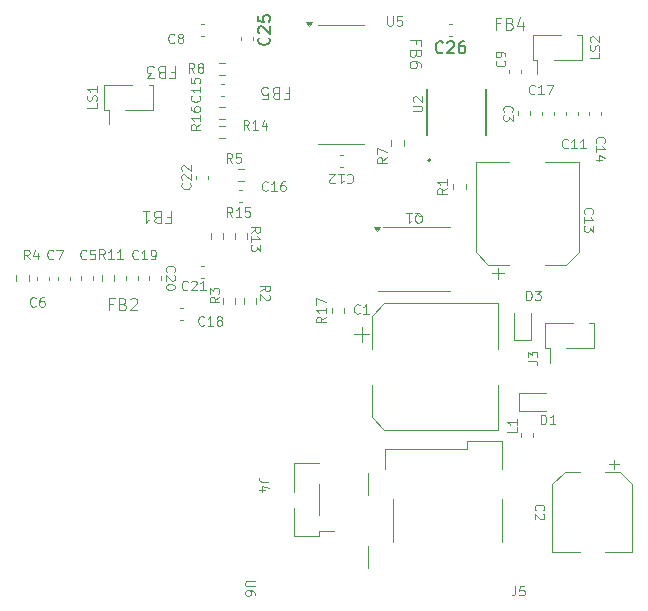
<source format=gbr>
%TF.GenerationSoftware,KiCad,Pcbnew,8.0.1*%
%TF.CreationDate,2025-01-14T19:30:57+01:00*%
%TF.ProjectId,plant caretaker,706c616e-7420-4636-9172-6574616b6572,rev?*%
%TF.SameCoordinates,Original*%
%TF.FileFunction,Legend,Top*%
%TF.FilePolarity,Positive*%
%FSLAX46Y46*%
G04 Gerber Fmt 4.6, Leading zero omitted, Abs format (unit mm)*
G04 Created by KiCad (PCBNEW 8.0.1) date 2025-01-14 19:30:57*
%MOMM*%
%LPD*%
G01*
G04 APERTURE LIST*
%ADD10C,0.100000*%
%ADD11C,0.150000*%
%ADD12C,0.120000*%
%ADD13C,0.127000*%
%ADD14C,0.200000*%
G04 APERTURE END LIST*
D10*
X144514285Y-86131295D02*
X144552381Y-86093200D01*
X144552381Y-86093200D02*
X144666666Y-86055104D01*
X144666666Y-86055104D02*
X144742857Y-86055104D01*
X144742857Y-86055104D02*
X144857143Y-86093200D01*
X144857143Y-86093200D02*
X144933333Y-86169390D01*
X144933333Y-86169390D02*
X144971428Y-86245580D01*
X144971428Y-86245580D02*
X145009524Y-86397961D01*
X145009524Y-86397961D02*
X145009524Y-86512247D01*
X145009524Y-86512247D02*
X144971428Y-86664628D01*
X144971428Y-86664628D02*
X144933333Y-86740819D01*
X144933333Y-86740819D02*
X144857143Y-86817009D01*
X144857143Y-86817009D02*
X144742857Y-86855104D01*
X144742857Y-86855104D02*
X144666666Y-86855104D01*
X144666666Y-86855104D02*
X144552381Y-86817009D01*
X144552381Y-86817009D02*
X144514285Y-86778914D01*
X143752381Y-86055104D02*
X144209524Y-86055104D01*
X143980952Y-86055104D02*
X143980952Y-86855104D01*
X143980952Y-86855104D02*
X144057143Y-86740819D01*
X144057143Y-86740819D02*
X144133333Y-86664628D01*
X144133333Y-86664628D02*
X144209524Y-86626533D01*
X143447619Y-86778914D02*
X143409523Y-86817009D01*
X143409523Y-86817009D02*
X143333333Y-86855104D01*
X143333333Y-86855104D02*
X143142857Y-86855104D01*
X143142857Y-86855104D02*
X143066666Y-86817009D01*
X143066666Y-86817009D02*
X143028571Y-86778914D01*
X143028571Y-86778914D02*
X142990476Y-86702723D01*
X142990476Y-86702723D02*
X142990476Y-86626533D01*
X142990476Y-86626533D02*
X143028571Y-86512247D01*
X143028571Y-86512247D02*
X143485714Y-86055104D01*
X143485714Y-86055104D02*
X142990476Y-86055104D01*
X160909524Y-107239895D02*
X160909524Y-106439895D01*
X160909524Y-106439895D02*
X161100000Y-106439895D01*
X161100000Y-106439895D02*
X161214286Y-106477990D01*
X161214286Y-106477990D02*
X161290476Y-106554180D01*
X161290476Y-106554180D02*
X161328571Y-106630371D01*
X161328571Y-106630371D02*
X161366667Y-106782752D01*
X161366667Y-106782752D02*
X161366667Y-106897038D01*
X161366667Y-106897038D02*
X161328571Y-107049419D01*
X161328571Y-107049419D02*
X161290476Y-107125609D01*
X161290476Y-107125609D02*
X161214286Y-107201800D01*
X161214286Y-107201800D02*
X161100000Y-107239895D01*
X161100000Y-107239895D02*
X160909524Y-107239895D01*
X162128571Y-107239895D02*
X161671428Y-107239895D01*
X161900000Y-107239895D02*
X161900000Y-106439895D01*
X161900000Y-106439895D02*
X161823809Y-106554180D01*
X161823809Y-106554180D02*
X161747619Y-106630371D01*
X161747619Y-106630371D02*
X161671428Y-106668466D01*
X139283333Y-79231390D02*
X139616666Y-79231390D01*
X139616666Y-78707580D02*
X139616666Y-79707580D01*
X139616666Y-79707580D02*
X139140476Y-79707580D01*
X138426190Y-79231390D02*
X138283333Y-79183771D01*
X138283333Y-79183771D02*
X138235714Y-79136152D01*
X138235714Y-79136152D02*
X138188095Y-79040914D01*
X138188095Y-79040914D02*
X138188095Y-78898057D01*
X138188095Y-78898057D02*
X138235714Y-78802819D01*
X138235714Y-78802819D02*
X138283333Y-78755200D01*
X138283333Y-78755200D02*
X138378571Y-78707580D01*
X138378571Y-78707580D02*
X138759523Y-78707580D01*
X138759523Y-78707580D02*
X138759523Y-79707580D01*
X138759523Y-79707580D02*
X138426190Y-79707580D01*
X138426190Y-79707580D02*
X138330952Y-79659961D01*
X138330952Y-79659961D02*
X138283333Y-79612342D01*
X138283333Y-79612342D02*
X138235714Y-79517104D01*
X138235714Y-79517104D02*
X138235714Y-79421866D01*
X138235714Y-79421866D02*
X138283333Y-79326628D01*
X138283333Y-79326628D02*
X138330952Y-79279009D01*
X138330952Y-79279009D02*
X138426190Y-79231390D01*
X138426190Y-79231390D02*
X138759523Y-79231390D01*
X137283333Y-79707580D02*
X137759523Y-79707580D01*
X137759523Y-79707580D02*
X137807142Y-79231390D01*
X137807142Y-79231390D02*
X137759523Y-79279009D01*
X137759523Y-79279009D02*
X137664285Y-79326628D01*
X137664285Y-79326628D02*
X137426190Y-79326628D01*
X137426190Y-79326628D02*
X137330952Y-79279009D01*
X137330952Y-79279009D02*
X137283333Y-79231390D01*
X137283333Y-79231390D02*
X137235714Y-79136152D01*
X137235714Y-79136152D02*
X137235714Y-78898057D01*
X137235714Y-78898057D02*
X137283333Y-78802819D01*
X137283333Y-78802819D02*
X137330952Y-78755200D01*
X137330952Y-78755200D02*
X137426190Y-78707580D01*
X137426190Y-78707580D02*
X137664285Y-78707580D01*
X137664285Y-78707580D02*
X137759523Y-78755200D01*
X137759523Y-78755200D02*
X137807142Y-78802819D01*
X117616667Y-93289895D02*
X117350000Y-92908942D01*
X117159524Y-93289895D02*
X117159524Y-92489895D01*
X117159524Y-92489895D02*
X117464286Y-92489895D01*
X117464286Y-92489895D02*
X117540476Y-92527990D01*
X117540476Y-92527990D02*
X117578571Y-92566085D01*
X117578571Y-92566085D02*
X117616667Y-92642276D01*
X117616667Y-92642276D02*
X117616667Y-92756561D01*
X117616667Y-92756561D02*
X117578571Y-92832752D01*
X117578571Y-92832752D02*
X117540476Y-92870847D01*
X117540476Y-92870847D02*
X117464286Y-92908942D01*
X117464286Y-92908942D02*
X117159524Y-92908942D01*
X118302381Y-92756561D02*
X118302381Y-93289895D01*
X118111905Y-92451800D02*
X117921428Y-93023228D01*
X117921428Y-93023228D02*
X118416667Y-93023228D01*
X124666666Y-97058609D02*
X124333333Y-97058609D01*
X124333333Y-97582419D02*
X124333333Y-96582419D01*
X124333333Y-96582419D02*
X124809523Y-96582419D01*
X125523809Y-97058609D02*
X125666666Y-97106228D01*
X125666666Y-97106228D02*
X125714285Y-97153847D01*
X125714285Y-97153847D02*
X125761904Y-97249085D01*
X125761904Y-97249085D02*
X125761904Y-97391942D01*
X125761904Y-97391942D02*
X125714285Y-97487180D01*
X125714285Y-97487180D02*
X125666666Y-97534800D01*
X125666666Y-97534800D02*
X125571428Y-97582419D01*
X125571428Y-97582419D02*
X125190476Y-97582419D01*
X125190476Y-97582419D02*
X125190476Y-96582419D01*
X125190476Y-96582419D02*
X125523809Y-96582419D01*
X125523809Y-96582419D02*
X125619047Y-96630038D01*
X125619047Y-96630038D02*
X125666666Y-96677657D01*
X125666666Y-96677657D02*
X125714285Y-96772895D01*
X125714285Y-96772895D02*
X125714285Y-96868133D01*
X125714285Y-96868133D02*
X125666666Y-96963371D01*
X125666666Y-96963371D02*
X125619047Y-97010990D01*
X125619047Y-97010990D02*
X125523809Y-97058609D01*
X125523809Y-97058609D02*
X125190476Y-97058609D01*
X126142857Y-96677657D02*
X126190476Y-96630038D01*
X126190476Y-96630038D02*
X126285714Y-96582419D01*
X126285714Y-96582419D02*
X126523809Y-96582419D01*
X126523809Y-96582419D02*
X126619047Y-96630038D01*
X126619047Y-96630038D02*
X126666666Y-96677657D01*
X126666666Y-96677657D02*
X126714285Y-96772895D01*
X126714285Y-96772895D02*
X126714285Y-96868133D01*
X126714285Y-96868133D02*
X126666666Y-97010990D01*
X126666666Y-97010990D02*
X126095238Y-97582419D01*
X126095238Y-97582419D02*
X126714285Y-97582419D01*
X150316390Y-75041666D02*
X150316390Y-74708333D01*
X149792580Y-74708333D02*
X150792580Y-74708333D01*
X150792580Y-74708333D02*
X150792580Y-75184523D01*
X150316390Y-75898809D02*
X150268771Y-76041666D01*
X150268771Y-76041666D02*
X150221152Y-76089285D01*
X150221152Y-76089285D02*
X150125914Y-76136904D01*
X150125914Y-76136904D02*
X149983057Y-76136904D01*
X149983057Y-76136904D02*
X149887819Y-76089285D01*
X149887819Y-76089285D02*
X149840200Y-76041666D01*
X149840200Y-76041666D02*
X149792580Y-75946428D01*
X149792580Y-75946428D02*
X149792580Y-75565476D01*
X149792580Y-75565476D02*
X150792580Y-75565476D01*
X150792580Y-75565476D02*
X150792580Y-75898809D01*
X150792580Y-75898809D02*
X150744961Y-75994047D01*
X150744961Y-75994047D02*
X150697342Y-76041666D01*
X150697342Y-76041666D02*
X150602104Y-76089285D01*
X150602104Y-76089285D02*
X150506866Y-76089285D01*
X150506866Y-76089285D02*
X150411628Y-76041666D01*
X150411628Y-76041666D02*
X150364009Y-75994047D01*
X150364009Y-75994047D02*
X150316390Y-75898809D01*
X150316390Y-75898809D02*
X150316390Y-75565476D01*
X150792580Y-76994047D02*
X150792580Y-76803571D01*
X150792580Y-76803571D02*
X150744961Y-76708333D01*
X150744961Y-76708333D02*
X150697342Y-76660714D01*
X150697342Y-76660714D02*
X150554485Y-76565476D01*
X150554485Y-76565476D02*
X150364009Y-76517857D01*
X150364009Y-76517857D02*
X149983057Y-76517857D01*
X149983057Y-76517857D02*
X149887819Y-76565476D01*
X149887819Y-76565476D02*
X149840200Y-76613095D01*
X149840200Y-76613095D02*
X149792580Y-76708333D01*
X149792580Y-76708333D02*
X149792580Y-76898809D01*
X149792580Y-76898809D02*
X149840200Y-76994047D01*
X149840200Y-76994047D02*
X149887819Y-77041666D01*
X149887819Y-77041666D02*
X149983057Y-77089285D01*
X149983057Y-77089285D02*
X150221152Y-77089285D01*
X150221152Y-77089285D02*
X150316390Y-77041666D01*
X150316390Y-77041666D02*
X150364009Y-76994047D01*
X150364009Y-76994047D02*
X150411628Y-76898809D01*
X150411628Y-76898809D02*
X150411628Y-76708333D01*
X150411628Y-76708333D02*
X150364009Y-76613095D01*
X150364009Y-76613095D02*
X150316390Y-76565476D01*
X150316390Y-76565476D02*
X150221152Y-76517857D01*
X137785714Y-87413704D02*
X137747618Y-87451800D01*
X137747618Y-87451800D02*
X137633333Y-87489895D01*
X137633333Y-87489895D02*
X137557142Y-87489895D01*
X137557142Y-87489895D02*
X137442856Y-87451800D01*
X137442856Y-87451800D02*
X137366666Y-87375609D01*
X137366666Y-87375609D02*
X137328571Y-87299419D01*
X137328571Y-87299419D02*
X137290475Y-87147038D01*
X137290475Y-87147038D02*
X137290475Y-87032752D01*
X137290475Y-87032752D02*
X137328571Y-86880371D01*
X137328571Y-86880371D02*
X137366666Y-86804180D01*
X137366666Y-86804180D02*
X137442856Y-86727990D01*
X137442856Y-86727990D02*
X137557142Y-86689895D01*
X137557142Y-86689895D02*
X137633333Y-86689895D01*
X137633333Y-86689895D02*
X137747618Y-86727990D01*
X137747618Y-86727990D02*
X137785714Y-86766085D01*
X138547618Y-87489895D02*
X138090475Y-87489895D01*
X138319047Y-87489895D02*
X138319047Y-86689895D01*
X138319047Y-86689895D02*
X138242856Y-86804180D01*
X138242856Y-86804180D02*
X138166666Y-86880371D01*
X138166666Y-86880371D02*
X138090475Y-86918466D01*
X139233333Y-86689895D02*
X139080952Y-86689895D01*
X139080952Y-86689895D02*
X139004761Y-86727990D01*
X139004761Y-86727990D02*
X138966666Y-86766085D01*
X138966666Y-86766085D02*
X138890476Y-86880371D01*
X138890476Y-86880371D02*
X138852380Y-87032752D01*
X138852380Y-87032752D02*
X138852380Y-87337514D01*
X138852380Y-87337514D02*
X138890476Y-87413704D01*
X138890476Y-87413704D02*
X138928571Y-87451800D01*
X138928571Y-87451800D02*
X139004761Y-87489895D01*
X139004761Y-87489895D02*
X139157142Y-87489895D01*
X139157142Y-87489895D02*
X139233333Y-87451800D01*
X139233333Y-87451800D02*
X139271428Y-87413704D01*
X139271428Y-87413704D02*
X139309523Y-87337514D01*
X139309523Y-87337514D02*
X139309523Y-87147038D01*
X139309523Y-87147038D02*
X139271428Y-87070847D01*
X139271428Y-87070847D02*
X139233333Y-87032752D01*
X139233333Y-87032752D02*
X139157142Y-86994657D01*
X139157142Y-86994657D02*
X139004761Y-86994657D01*
X139004761Y-86994657D02*
X138928571Y-87032752D01*
X138928571Y-87032752D02*
X138890476Y-87070847D01*
X138890476Y-87070847D02*
X138852380Y-87147038D01*
X131988704Y-79439285D02*
X132026800Y-79477381D01*
X132026800Y-79477381D02*
X132064895Y-79591666D01*
X132064895Y-79591666D02*
X132064895Y-79667857D01*
X132064895Y-79667857D02*
X132026800Y-79782143D01*
X132026800Y-79782143D02*
X131950609Y-79858333D01*
X131950609Y-79858333D02*
X131874419Y-79896428D01*
X131874419Y-79896428D02*
X131722038Y-79934524D01*
X131722038Y-79934524D02*
X131607752Y-79934524D01*
X131607752Y-79934524D02*
X131455371Y-79896428D01*
X131455371Y-79896428D02*
X131379180Y-79858333D01*
X131379180Y-79858333D02*
X131302990Y-79782143D01*
X131302990Y-79782143D02*
X131264895Y-79667857D01*
X131264895Y-79667857D02*
X131264895Y-79591666D01*
X131264895Y-79591666D02*
X131302990Y-79477381D01*
X131302990Y-79477381D02*
X131341085Y-79439285D01*
X132064895Y-78677381D02*
X132064895Y-79134524D01*
X132064895Y-78905952D02*
X131264895Y-78905952D01*
X131264895Y-78905952D02*
X131379180Y-78982143D01*
X131379180Y-78982143D02*
X131455371Y-79058333D01*
X131455371Y-79058333D02*
X131493466Y-79134524D01*
X131264895Y-77953571D02*
X131264895Y-78334523D01*
X131264895Y-78334523D02*
X131645847Y-78372619D01*
X131645847Y-78372619D02*
X131607752Y-78334523D01*
X131607752Y-78334523D02*
X131569657Y-78258333D01*
X131569657Y-78258333D02*
X131569657Y-78067857D01*
X131569657Y-78067857D02*
X131607752Y-77991666D01*
X131607752Y-77991666D02*
X131645847Y-77953571D01*
X131645847Y-77953571D02*
X131722038Y-77915476D01*
X131722038Y-77915476D02*
X131912514Y-77915476D01*
X131912514Y-77915476D02*
X131988704Y-77953571D01*
X131988704Y-77953571D02*
X132026800Y-77991666D01*
X132026800Y-77991666D02*
X132064895Y-78067857D01*
X132064895Y-78067857D02*
X132064895Y-78258333D01*
X132064895Y-78258333D02*
X132026800Y-78334523D01*
X132026800Y-78334523D02*
X131988704Y-78372619D01*
X129866667Y-74913704D02*
X129828571Y-74951800D01*
X129828571Y-74951800D02*
X129714286Y-74989895D01*
X129714286Y-74989895D02*
X129638095Y-74989895D01*
X129638095Y-74989895D02*
X129523809Y-74951800D01*
X129523809Y-74951800D02*
X129447619Y-74875609D01*
X129447619Y-74875609D02*
X129409524Y-74799419D01*
X129409524Y-74799419D02*
X129371428Y-74647038D01*
X129371428Y-74647038D02*
X129371428Y-74532752D01*
X129371428Y-74532752D02*
X129409524Y-74380371D01*
X129409524Y-74380371D02*
X129447619Y-74304180D01*
X129447619Y-74304180D02*
X129523809Y-74227990D01*
X129523809Y-74227990D02*
X129638095Y-74189895D01*
X129638095Y-74189895D02*
X129714286Y-74189895D01*
X129714286Y-74189895D02*
X129828571Y-74227990D01*
X129828571Y-74227990D02*
X129866667Y-74266085D01*
X130323809Y-74532752D02*
X130247619Y-74494657D01*
X130247619Y-74494657D02*
X130209524Y-74456561D01*
X130209524Y-74456561D02*
X130171428Y-74380371D01*
X130171428Y-74380371D02*
X130171428Y-74342276D01*
X130171428Y-74342276D02*
X130209524Y-74266085D01*
X130209524Y-74266085D02*
X130247619Y-74227990D01*
X130247619Y-74227990D02*
X130323809Y-74189895D01*
X130323809Y-74189895D02*
X130476190Y-74189895D01*
X130476190Y-74189895D02*
X130552381Y-74227990D01*
X130552381Y-74227990D02*
X130590476Y-74266085D01*
X130590476Y-74266085D02*
X130628571Y-74342276D01*
X130628571Y-74342276D02*
X130628571Y-74380371D01*
X130628571Y-74380371D02*
X130590476Y-74456561D01*
X130590476Y-74456561D02*
X130552381Y-74494657D01*
X130552381Y-74494657D02*
X130476190Y-74532752D01*
X130476190Y-74532752D02*
X130323809Y-74532752D01*
X130323809Y-74532752D02*
X130247619Y-74570847D01*
X130247619Y-74570847D02*
X130209524Y-74608942D01*
X130209524Y-74608942D02*
X130171428Y-74685133D01*
X130171428Y-74685133D02*
X130171428Y-74837514D01*
X130171428Y-74837514D02*
X130209524Y-74913704D01*
X130209524Y-74913704D02*
X130247619Y-74951800D01*
X130247619Y-74951800D02*
X130323809Y-74989895D01*
X130323809Y-74989895D02*
X130476190Y-74989895D01*
X130476190Y-74989895D02*
X130552381Y-74951800D01*
X130552381Y-74951800D02*
X130590476Y-74913704D01*
X130590476Y-74913704D02*
X130628571Y-74837514D01*
X130628571Y-74837514D02*
X130628571Y-74685133D01*
X130628571Y-74685133D02*
X130590476Y-74608942D01*
X130590476Y-74608942D02*
X130552381Y-74570847D01*
X130552381Y-74570847D02*
X130476190Y-74532752D01*
X123985714Y-93239895D02*
X123719047Y-92858942D01*
X123528571Y-93239895D02*
X123528571Y-92439895D01*
X123528571Y-92439895D02*
X123833333Y-92439895D01*
X123833333Y-92439895D02*
X123909523Y-92477990D01*
X123909523Y-92477990D02*
X123947618Y-92516085D01*
X123947618Y-92516085D02*
X123985714Y-92592276D01*
X123985714Y-92592276D02*
X123985714Y-92706561D01*
X123985714Y-92706561D02*
X123947618Y-92782752D01*
X123947618Y-92782752D02*
X123909523Y-92820847D01*
X123909523Y-92820847D02*
X123833333Y-92858942D01*
X123833333Y-92858942D02*
X123528571Y-92858942D01*
X124747618Y-93239895D02*
X124290475Y-93239895D01*
X124519047Y-93239895D02*
X124519047Y-92439895D01*
X124519047Y-92439895D02*
X124442856Y-92554180D01*
X124442856Y-92554180D02*
X124366666Y-92630371D01*
X124366666Y-92630371D02*
X124290475Y-92668466D01*
X125509523Y-93239895D02*
X125052380Y-93239895D01*
X125280952Y-93239895D02*
X125280952Y-92439895D01*
X125280952Y-92439895D02*
X125204761Y-92554180D01*
X125204761Y-92554180D02*
X125128571Y-92630371D01*
X125128571Y-92630371D02*
X125052380Y-92668466D01*
X163185714Y-83813704D02*
X163147618Y-83851800D01*
X163147618Y-83851800D02*
X163033333Y-83889895D01*
X163033333Y-83889895D02*
X162957142Y-83889895D01*
X162957142Y-83889895D02*
X162842856Y-83851800D01*
X162842856Y-83851800D02*
X162766666Y-83775609D01*
X162766666Y-83775609D02*
X162728571Y-83699419D01*
X162728571Y-83699419D02*
X162690475Y-83547038D01*
X162690475Y-83547038D02*
X162690475Y-83432752D01*
X162690475Y-83432752D02*
X162728571Y-83280371D01*
X162728571Y-83280371D02*
X162766666Y-83204180D01*
X162766666Y-83204180D02*
X162842856Y-83127990D01*
X162842856Y-83127990D02*
X162957142Y-83089895D01*
X162957142Y-83089895D02*
X163033333Y-83089895D01*
X163033333Y-83089895D02*
X163147618Y-83127990D01*
X163147618Y-83127990D02*
X163185714Y-83166085D01*
X163947618Y-83889895D02*
X163490475Y-83889895D01*
X163719047Y-83889895D02*
X163719047Y-83089895D01*
X163719047Y-83089895D02*
X163642856Y-83204180D01*
X163642856Y-83204180D02*
X163566666Y-83280371D01*
X163566666Y-83280371D02*
X163490475Y-83318466D01*
X164709523Y-83889895D02*
X164252380Y-83889895D01*
X164480952Y-83889895D02*
X164480952Y-83089895D01*
X164480952Y-83089895D02*
X164404761Y-83204180D01*
X164404761Y-83204180D02*
X164328571Y-83280371D01*
X164328571Y-83280371D02*
X164252380Y-83318466D01*
X133664895Y-96458332D02*
X133283942Y-96724999D01*
X133664895Y-96915475D02*
X132864895Y-96915475D01*
X132864895Y-96915475D02*
X132864895Y-96610713D01*
X132864895Y-96610713D02*
X132902990Y-96534523D01*
X132902990Y-96534523D02*
X132941085Y-96496428D01*
X132941085Y-96496428D02*
X133017276Y-96458332D01*
X133017276Y-96458332D02*
X133131561Y-96458332D01*
X133131561Y-96458332D02*
X133207752Y-96496428D01*
X133207752Y-96496428D02*
X133245847Y-96534523D01*
X133245847Y-96534523D02*
X133283942Y-96610713D01*
X133283942Y-96610713D02*
X133283942Y-96915475D01*
X132864895Y-96191666D02*
X132864895Y-95696428D01*
X132864895Y-95696428D02*
X133169657Y-95963094D01*
X133169657Y-95963094D02*
X133169657Y-95848809D01*
X133169657Y-95848809D02*
X133207752Y-95772618D01*
X133207752Y-95772618D02*
X133245847Y-95734523D01*
X133245847Y-95734523D02*
X133322038Y-95696428D01*
X133322038Y-95696428D02*
X133512514Y-95696428D01*
X133512514Y-95696428D02*
X133588704Y-95734523D01*
X133588704Y-95734523D02*
X133626800Y-95772618D01*
X133626800Y-95772618D02*
X133664895Y-95848809D01*
X133664895Y-95848809D02*
X133664895Y-96077380D01*
X133664895Y-96077380D02*
X133626800Y-96153571D01*
X133626800Y-96153571D02*
X133588704Y-96191666D01*
X150064895Y-80734523D02*
X150712514Y-80734523D01*
X150712514Y-80734523D02*
X150788704Y-80696428D01*
X150788704Y-80696428D02*
X150826800Y-80658333D01*
X150826800Y-80658333D02*
X150864895Y-80582142D01*
X150864895Y-80582142D02*
X150864895Y-80429761D01*
X150864895Y-80429761D02*
X150826800Y-80353571D01*
X150826800Y-80353571D02*
X150788704Y-80315476D01*
X150788704Y-80315476D02*
X150712514Y-80277380D01*
X150712514Y-80277380D02*
X150064895Y-80277380D01*
X150141085Y-79934524D02*
X150102990Y-79896428D01*
X150102990Y-79896428D02*
X150064895Y-79820238D01*
X150064895Y-79820238D02*
X150064895Y-79629762D01*
X150064895Y-79629762D02*
X150102990Y-79553571D01*
X150102990Y-79553571D02*
X150141085Y-79515476D01*
X150141085Y-79515476D02*
X150217276Y-79477381D01*
X150217276Y-79477381D02*
X150293466Y-79477381D01*
X150293466Y-79477381D02*
X150407752Y-79515476D01*
X150407752Y-79515476D02*
X150864895Y-79972619D01*
X150864895Y-79972619D02*
X150864895Y-79477381D01*
X137135104Y-95991667D02*
X137516057Y-95725000D01*
X137135104Y-95534524D02*
X137935104Y-95534524D01*
X137935104Y-95534524D02*
X137935104Y-95839286D01*
X137935104Y-95839286D02*
X137897009Y-95915476D01*
X137897009Y-95915476D02*
X137858914Y-95953571D01*
X137858914Y-95953571D02*
X137782723Y-95991667D01*
X137782723Y-95991667D02*
X137668438Y-95991667D01*
X137668438Y-95991667D02*
X137592247Y-95953571D01*
X137592247Y-95953571D02*
X137554152Y-95915476D01*
X137554152Y-95915476D02*
X137516057Y-95839286D01*
X137516057Y-95839286D02*
X137516057Y-95534524D01*
X137858914Y-96296428D02*
X137897009Y-96334524D01*
X137897009Y-96334524D02*
X137935104Y-96410714D01*
X137935104Y-96410714D02*
X137935104Y-96601190D01*
X137935104Y-96601190D02*
X137897009Y-96677381D01*
X137897009Y-96677381D02*
X137858914Y-96715476D01*
X137858914Y-96715476D02*
X137782723Y-96753571D01*
X137782723Y-96753571D02*
X137706533Y-96753571D01*
X137706533Y-96753571D02*
X137592247Y-96715476D01*
X137592247Y-96715476D02*
X137135104Y-96258333D01*
X137135104Y-96258333D02*
X137135104Y-96753571D01*
X150226190Y-89318914D02*
X150302380Y-89357009D01*
X150302380Y-89357009D02*
X150378571Y-89433200D01*
X150378571Y-89433200D02*
X150492857Y-89547485D01*
X150492857Y-89547485D02*
X150569047Y-89585580D01*
X150569047Y-89585580D02*
X150645238Y-89585580D01*
X150607142Y-89395104D02*
X150683333Y-89433200D01*
X150683333Y-89433200D02*
X150759523Y-89509390D01*
X150759523Y-89509390D02*
X150797619Y-89661771D01*
X150797619Y-89661771D02*
X150797619Y-89928438D01*
X150797619Y-89928438D02*
X150759523Y-90080819D01*
X150759523Y-90080819D02*
X150683333Y-90157009D01*
X150683333Y-90157009D02*
X150607142Y-90195104D01*
X150607142Y-90195104D02*
X150454761Y-90195104D01*
X150454761Y-90195104D02*
X150378571Y-90157009D01*
X150378571Y-90157009D02*
X150302380Y-90080819D01*
X150302380Y-90080819D02*
X150264285Y-89928438D01*
X150264285Y-89928438D02*
X150264285Y-89661771D01*
X150264285Y-89661771D02*
X150302380Y-89509390D01*
X150302380Y-89509390D02*
X150378571Y-89433200D01*
X150378571Y-89433200D02*
X150454761Y-89395104D01*
X150454761Y-89395104D02*
X150607142Y-89395104D01*
X149502381Y-89395104D02*
X149959524Y-89395104D01*
X149730952Y-89395104D02*
X149730952Y-90195104D01*
X149730952Y-90195104D02*
X149807143Y-90080819D01*
X149807143Y-90080819D02*
X149883333Y-90004628D01*
X149883333Y-90004628D02*
X149959524Y-89966533D01*
X134766667Y-85089895D02*
X134500000Y-84708942D01*
X134309524Y-85089895D02*
X134309524Y-84289895D01*
X134309524Y-84289895D02*
X134614286Y-84289895D01*
X134614286Y-84289895D02*
X134690476Y-84327990D01*
X134690476Y-84327990D02*
X134728571Y-84366085D01*
X134728571Y-84366085D02*
X134766667Y-84442276D01*
X134766667Y-84442276D02*
X134766667Y-84556561D01*
X134766667Y-84556561D02*
X134728571Y-84632752D01*
X134728571Y-84632752D02*
X134690476Y-84670847D01*
X134690476Y-84670847D02*
X134614286Y-84708942D01*
X134614286Y-84708942D02*
X134309524Y-84708942D01*
X135490476Y-84289895D02*
X135109524Y-84289895D01*
X135109524Y-84289895D02*
X135071428Y-84670847D01*
X135071428Y-84670847D02*
X135109524Y-84632752D01*
X135109524Y-84632752D02*
X135185714Y-84594657D01*
X135185714Y-84594657D02*
X135376190Y-84594657D01*
X135376190Y-84594657D02*
X135452381Y-84632752D01*
X135452381Y-84632752D02*
X135490476Y-84670847D01*
X135490476Y-84670847D02*
X135528571Y-84747038D01*
X135528571Y-84747038D02*
X135528571Y-84937514D01*
X135528571Y-84937514D02*
X135490476Y-85013704D01*
X135490476Y-85013704D02*
X135452381Y-85051800D01*
X135452381Y-85051800D02*
X135376190Y-85089895D01*
X135376190Y-85089895D02*
X135185714Y-85089895D01*
X135185714Y-85089895D02*
X135109524Y-85051800D01*
X135109524Y-85051800D02*
X135071428Y-85013704D01*
X122416667Y-93213704D02*
X122378571Y-93251800D01*
X122378571Y-93251800D02*
X122264286Y-93289895D01*
X122264286Y-93289895D02*
X122188095Y-93289895D01*
X122188095Y-93289895D02*
X122073809Y-93251800D01*
X122073809Y-93251800D02*
X121997619Y-93175609D01*
X121997619Y-93175609D02*
X121959524Y-93099419D01*
X121959524Y-93099419D02*
X121921428Y-92947038D01*
X121921428Y-92947038D02*
X121921428Y-92832752D01*
X121921428Y-92832752D02*
X121959524Y-92680371D01*
X121959524Y-92680371D02*
X121997619Y-92604180D01*
X121997619Y-92604180D02*
X122073809Y-92527990D01*
X122073809Y-92527990D02*
X122188095Y-92489895D01*
X122188095Y-92489895D02*
X122264286Y-92489895D01*
X122264286Y-92489895D02*
X122378571Y-92527990D01*
X122378571Y-92527990D02*
X122416667Y-92566085D01*
X123140476Y-92489895D02*
X122759524Y-92489895D01*
X122759524Y-92489895D02*
X122721428Y-92870847D01*
X122721428Y-92870847D02*
X122759524Y-92832752D01*
X122759524Y-92832752D02*
X122835714Y-92794657D01*
X122835714Y-92794657D02*
X123026190Y-92794657D01*
X123026190Y-92794657D02*
X123102381Y-92832752D01*
X123102381Y-92832752D02*
X123140476Y-92870847D01*
X123140476Y-92870847D02*
X123178571Y-92947038D01*
X123178571Y-92947038D02*
X123178571Y-93137514D01*
X123178571Y-93137514D02*
X123140476Y-93213704D01*
X123140476Y-93213704D02*
X123102381Y-93251800D01*
X123102381Y-93251800D02*
X123026190Y-93289895D01*
X123026190Y-93289895D02*
X122835714Y-93289895D01*
X122835714Y-93289895D02*
X122759524Y-93251800D01*
X122759524Y-93251800D02*
X122721428Y-93213704D01*
X157781295Y-80766667D02*
X157743200Y-80728571D01*
X157743200Y-80728571D02*
X157705104Y-80614286D01*
X157705104Y-80614286D02*
X157705104Y-80538095D01*
X157705104Y-80538095D02*
X157743200Y-80423809D01*
X157743200Y-80423809D02*
X157819390Y-80347619D01*
X157819390Y-80347619D02*
X157895580Y-80309524D01*
X157895580Y-80309524D02*
X158047961Y-80271428D01*
X158047961Y-80271428D02*
X158162247Y-80271428D01*
X158162247Y-80271428D02*
X158314628Y-80309524D01*
X158314628Y-80309524D02*
X158390819Y-80347619D01*
X158390819Y-80347619D02*
X158467009Y-80423809D01*
X158467009Y-80423809D02*
X158505104Y-80538095D01*
X158505104Y-80538095D02*
X158505104Y-80614286D01*
X158505104Y-80614286D02*
X158467009Y-80728571D01*
X158467009Y-80728571D02*
X158428914Y-80766667D01*
X158505104Y-81033333D02*
X158505104Y-81528571D01*
X158505104Y-81528571D02*
X158200342Y-81261905D01*
X158200342Y-81261905D02*
X158200342Y-81376190D01*
X158200342Y-81376190D02*
X158162247Y-81452381D01*
X158162247Y-81452381D02*
X158124152Y-81490476D01*
X158124152Y-81490476D02*
X158047961Y-81528571D01*
X158047961Y-81528571D02*
X157857485Y-81528571D01*
X157857485Y-81528571D02*
X157781295Y-81490476D01*
X157781295Y-81490476D02*
X157743200Y-81452381D01*
X157743200Y-81452381D02*
X157705104Y-81376190D01*
X157705104Y-81376190D02*
X157705104Y-81147619D01*
X157705104Y-81147619D02*
X157743200Y-81071428D01*
X157743200Y-81071428D02*
X157781295Y-81033333D01*
X147890476Y-72689895D02*
X147890476Y-73337514D01*
X147890476Y-73337514D02*
X147928571Y-73413704D01*
X147928571Y-73413704D02*
X147966666Y-73451800D01*
X147966666Y-73451800D02*
X148042857Y-73489895D01*
X148042857Y-73489895D02*
X148195238Y-73489895D01*
X148195238Y-73489895D02*
X148271428Y-73451800D01*
X148271428Y-73451800D02*
X148309523Y-73413704D01*
X148309523Y-73413704D02*
X148347619Y-73337514D01*
X148347619Y-73337514D02*
X148347619Y-72689895D01*
X149109523Y-72689895D02*
X148728571Y-72689895D01*
X148728571Y-72689895D02*
X148690475Y-73070847D01*
X148690475Y-73070847D02*
X148728571Y-73032752D01*
X148728571Y-73032752D02*
X148804761Y-72994657D01*
X148804761Y-72994657D02*
X148995237Y-72994657D01*
X148995237Y-72994657D02*
X149071428Y-73032752D01*
X149071428Y-73032752D02*
X149109523Y-73070847D01*
X149109523Y-73070847D02*
X149147618Y-73147038D01*
X149147618Y-73147038D02*
X149147618Y-73337514D01*
X149147618Y-73337514D02*
X149109523Y-73413704D01*
X149109523Y-73413704D02*
X149071428Y-73451800D01*
X149071428Y-73451800D02*
X148995237Y-73489895D01*
X148995237Y-73489895D02*
X148804761Y-73489895D01*
X148804761Y-73489895D02*
X148728571Y-73451800D01*
X148728571Y-73451800D02*
X148690475Y-73413704D01*
X126785714Y-93213704D02*
X126747618Y-93251800D01*
X126747618Y-93251800D02*
X126633333Y-93289895D01*
X126633333Y-93289895D02*
X126557142Y-93289895D01*
X126557142Y-93289895D02*
X126442856Y-93251800D01*
X126442856Y-93251800D02*
X126366666Y-93175609D01*
X126366666Y-93175609D02*
X126328571Y-93099419D01*
X126328571Y-93099419D02*
X126290475Y-92947038D01*
X126290475Y-92947038D02*
X126290475Y-92832752D01*
X126290475Y-92832752D02*
X126328571Y-92680371D01*
X126328571Y-92680371D02*
X126366666Y-92604180D01*
X126366666Y-92604180D02*
X126442856Y-92527990D01*
X126442856Y-92527990D02*
X126557142Y-92489895D01*
X126557142Y-92489895D02*
X126633333Y-92489895D01*
X126633333Y-92489895D02*
X126747618Y-92527990D01*
X126747618Y-92527990D02*
X126785714Y-92566085D01*
X127547618Y-93289895D02*
X127090475Y-93289895D01*
X127319047Y-93289895D02*
X127319047Y-92489895D01*
X127319047Y-92489895D02*
X127242856Y-92604180D01*
X127242856Y-92604180D02*
X127166666Y-92680371D01*
X127166666Y-92680371D02*
X127090475Y-92718466D01*
X127928571Y-93289895D02*
X128080952Y-93289895D01*
X128080952Y-93289895D02*
X128157142Y-93251800D01*
X128157142Y-93251800D02*
X128195238Y-93213704D01*
X128195238Y-93213704D02*
X128271428Y-93099419D01*
X128271428Y-93099419D02*
X128309523Y-92947038D01*
X128309523Y-92947038D02*
X128309523Y-92642276D01*
X128309523Y-92642276D02*
X128271428Y-92566085D01*
X128271428Y-92566085D02*
X128233333Y-92527990D01*
X128233333Y-92527990D02*
X128157142Y-92489895D01*
X128157142Y-92489895D02*
X128004761Y-92489895D01*
X128004761Y-92489895D02*
X127928571Y-92527990D01*
X127928571Y-92527990D02*
X127890476Y-92566085D01*
X127890476Y-92566085D02*
X127852380Y-92642276D01*
X127852380Y-92642276D02*
X127852380Y-92832752D01*
X127852380Y-92832752D02*
X127890476Y-92908942D01*
X127890476Y-92908942D02*
X127928571Y-92947038D01*
X127928571Y-92947038D02*
X128004761Y-92985133D01*
X128004761Y-92985133D02*
X128157142Y-92985133D01*
X128157142Y-92985133D02*
X128233333Y-92947038D01*
X128233333Y-92947038D02*
X128271428Y-92908942D01*
X128271428Y-92908942D02*
X128309523Y-92832752D01*
X129211295Y-94335714D02*
X129173200Y-94297618D01*
X129173200Y-94297618D02*
X129135104Y-94183333D01*
X129135104Y-94183333D02*
X129135104Y-94107142D01*
X129135104Y-94107142D02*
X129173200Y-93992856D01*
X129173200Y-93992856D02*
X129249390Y-93916666D01*
X129249390Y-93916666D02*
X129325580Y-93878571D01*
X129325580Y-93878571D02*
X129477961Y-93840475D01*
X129477961Y-93840475D02*
X129592247Y-93840475D01*
X129592247Y-93840475D02*
X129744628Y-93878571D01*
X129744628Y-93878571D02*
X129820819Y-93916666D01*
X129820819Y-93916666D02*
X129897009Y-93992856D01*
X129897009Y-93992856D02*
X129935104Y-94107142D01*
X129935104Y-94107142D02*
X129935104Y-94183333D01*
X129935104Y-94183333D02*
X129897009Y-94297618D01*
X129897009Y-94297618D02*
X129858914Y-94335714D01*
X129858914Y-94640475D02*
X129897009Y-94678571D01*
X129897009Y-94678571D02*
X129935104Y-94754761D01*
X129935104Y-94754761D02*
X129935104Y-94945237D01*
X129935104Y-94945237D02*
X129897009Y-95021428D01*
X129897009Y-95021428D02*
X129858914Y-95059523D01*
X129858914Y-95059523D02*
X129782723Y-95097618D01*
X129782723Y-95097618D02*
X129706533Y-95097618D01*
X129706533Y-95097618D02*
X129592247Y-95059523D01*
X129592247Y-95059523D02*
X129135104Y-94602380D01*
X129135104Y-94602380D02*
X129135104Y-95097618D01*
X129935104Y-95592857D02*
X129935104Y-95669047D01*
X129935104Y-95669047D02*
X129897009Y-95745238D01*
X129897009Y-95745238D02*
X129858914Y-95783333D01*
X129858914Y-95783333D02*
X129782723Y-95821428D01*
X129782723Y-95821428D02*
X129630342Y-95859523D01*
X129630342Y-95859523D02*
X129439866Y-95859523D01*
X129439866Y-95859523D02*
X129287485Y-95821428D01*
X129287485Y-95821428D02*
X129211295Y-95783333D01*
X129211295Y-95783333D02*
X129173200Y-95745238D01*
X129173200Y-95745238D02*
X129135104Y-95669047D01*
X129135104Y-95669047D02*
X129135104Y-95592857D01*
X129135104Y-95592857D02*
X129173200Y-95516666D01*
X129173200Y-95516666D02*
X129211295Y-95478571D01*
X129211295Y-95478571D02*
X129287485Y-95440476D01*
X129287485Y-95440476D02*
X129439866Y-95402380D01*
X129439866Y-95402380D02*
X129630342Y-95402380D01*
X129630342Y-95402380D02*
X129782723Y-95440476D01*
X129782723Y-95440476D02*
X129858914Y-95478571D01*
X129858914Y-95478571D02*
X129897009Y-95516666D01*
X129897009Y-95516666D02*
X129935104Y-95592857D01*
X165611295Y-83410714D02*
X165573200Y-83372618D01*
X165573200Y-83372618D02*
X165535104Y-83258333D01*
X165535104Y-83258333D02*
X165535104Y-83182142D01*
X165535104Y-83182142D02*
X165573200Y-83067856D01*
X165573200Y-83067856D02*
X165649390Y-82991666D01*
X165649390Y-82991666D02*
X165725580Y-82953571D01*
X165725580Y-82953571D02*
X165877961Y-82915475D01*
X165877961Y-82915475D02*
X165992247Y-82915475D01*
X165992247Y-82915475D02*
X166144628Y-82953571D01*
X166144628Y-82953571D02*
X166220819Y-82991666D01*
X166220819Y-82991666D02*
X166297009Y-83067856D01*
X166297009Y-83067856D02*
X166335104Y-83182142D01*
X166335104Y-83182142D02*
X166335104Y-83258333D01*
X166335104Y-83258333D02*
X166297009Y-83372618D01*
X166297009Y-83372618D02*
X166258914Y-83410714D01*
X165535104Y-84172618D02*
X165535104Y-83715475D01*
X165535104Y-83944047D02*
X166335104Y-83944047D01*
X166335104Y-83944047D02*
X166220819Y-83867856D01*
X166220819Y-83867856D02*
X166144628Y-83791666D01*
X166144628Y-83791666D02*
X166106533Y-83715475D01*
X166068438Y-84858333D02*
X165535104Y-84858333D01*
X166373200Y-84667857D02*
X165801771Y-84477380D01*
X165801771Y-84477380D02*
X165801771Y-84972619D01*
X165864895Y-75839285D02*
X165864895Y-76220237D01*
X165864895Y-76220237D02*
X165064895Y-76220237D01*
X165826800Y-75610714D02*
X165864895Y-75496428D01*
X165864895Y-75496428D02*
X165864895Y-75305952D01*
X165864895Y-75305952D02*
X165826800Y-75229761D01*
X165826800Y-75229761D02*
X165788704Y-75191666D01*
X165788704Y-75191666D02*
X165712514Y-75153571D01*
X165712514Y-75153571D02*
X165636323Y-75153571D01*
X165636323Y-75153571D02*
X165560133Y-75191666D01*
X165560133Y-75191666D02*
X165522038Y-75229761D01*
X165522038Y-75229761D02*
X165483942Y-75305952D01*
X165483942Y-75305952D02*
X165445847Y-75458333D01*
X165445847Y-75458333D02*
X165407752Y-75534523D01*
X165407752Y-75534523D02*
X165369657Y-75572618D01*
X165369657Y-75572618D02*
X165293466Y-75610714D01*
X165293466Y-75610714D02*
X165217276Y-75610714D01*
X165217276Y-75610714D02*
X165141085Y-75572618D01*
X165141085Y-75572618D02*
X165102990Y-75534523D01*
X165102990Y-75534523D02*
X165064895Y-75458333D01*
X165064895Y-75458333D02*
X165064895Y-75267856D01*
X165064895Y-75267856D02*
X165102990Y-75153571D01*
X165141085Y-74848809D02*
X165102990Y-74810713D01*
X165102990Y-74810713D02*
X165064895Y-74734523D01*
X165064895Y-74734523D02*
X165064895Y-74544047D01*
X165064895Y-74544047D02*
X165102990Y-74467856D01*
X165102990Y-74467856D02*
X165141085Y-74429761D01*
X165141085Y-74429761D02*
X165217276Y-74391666D01*
X165217276Y-74391666D02*
X165293466Y-74391666D01*
X165293466Y-74391666D02*
X165407752Y-74429761D01*
X165407752Y-74429761D02*
X165864895Y-74886904D01*
X165864895Y-74886904D02*
X165864895Y-74391666D01*
X136335104Y-91010714D02*
X136716057Y-90744047D01*
X136335104Y-90553571D02*
X137135104Y-90553571D01*
X137135104Y-90553571D02*
X137135104Y-90858333D01*
X137135104Y-90858333D02*
X137097009Y-90934523D01*
X137097009Y-90934523D02*
X137058914Y-90972618D01*
X137058914Y-90972618D02*
X136982723Y-91010714D01*
X136982723Y-91010714D02*
X136868438Y-91010714D01*
X136868438Y-91010714D02*
X136792247Y-90972618D01*
X136792247Y-90972618D02*
X136754152Y-90934523D01*
X136754152Y-90934523D02*
X136716057Y-90858333D01*
X136716057Y-90858333D02*
X136716057Y-90553571D01*
X136335104Y-91772618D02*
X136335104Y-91315475D01*
X136335104Y-91544047D02*
X137135104Y-91544047D01*
X137135104Y-91544047D02*
X137020819Y-91467856D01*
X137020819Y-91467856D02*
X136944628Y-91391666D01*
X136944628Y-91391666D02*
X136906533Y-91315475D01*
X137135104Y-92039285D02*
X137135104Y-92534523D01*
X137135104Y-92534523D02*
X136830342Y-92267857D01*
X136830342Y-92267857D02*
X136830342Y-92382142D01*
X136830342Y-92382142D02*
X136792247Y-92458333D01*
X136792247Y-92458333D02*
X136754152Y-92496428D01*
X136754152Y-92496428D02*
X136677961Y-92534523D01*
X136677961Y-92534523D02*
X136487485Y-92534523D01*
X136487485Y-92534523D02*
X136411295Y-92496428D01*
X136411295Y-92496428D02*
X136373200Y-92458333D01*
X136373200Y-92458333D02*
X136335104Y-92382142D01*
X136335104Y-92382142D02*
X136335104Y-92153571D01*
X136335104Y-92153571D02*
X136373200Y-92077380D01*
X136373200Y-92077380D02*
X136411295Y-92039285D01*
X137835104Y-112108333D02*
X137263676Y-112108333D01*
X137263676Y-112108333D02*
X137149390Y-112070238D01*
X137149390Y-112070238D02*
X137073200Y-111994047D01*
X137073200Y-111994047D02*
X137035104Y-111879762D01*
X137035104Y-111879762D02*
X137035104Y-111803571D01*
X137568438Y-112832143D02*
X137035104Y-112832143D01*
X137873200Y-112641667D02*
X137301771Y-112451190D01*
X137301771Y-112451190D02*
X137301771Y-112946429D01*
X131188704Y-86839285D02*
X131226800Y-86877381D01*
X131226800Y-86877381D02*
X131264895Y-86991666D01*
X131264895Y-86991666D02*
X131264895Y-87067857D01*
X131264895Y-87067857D02*
X131226800Y-87182143D01*
X131226800Y-87182143D02*
X131150609Y-87258333D01*
X131150609Y-87258333D02*
X131074419Y-87296428D01*
X131074419Y-87296428D02*
X130922038Y-87334524D01*
X130922038Y-87334524D02*
X130807752Y-87334524D01*
X130807752Y-87334524D02*
X130655371Y-87296428D01*
X130655371Y-87296428D02*
X130579180Y-87258333D01*
X130579180Y-87258333D02*
X130502990Y-87182143D01*
X130502990Y-87182143D02*
X130464895Y-87067857D01*
X130464895Y-87067857D02*
X130464895Y-86991666D01*
X130464895Y-86991666D02*
X130502990Y-86877381D01*
X130502990Y-86877381D02*
X130541085Y-86839285D01*
X130541085Y-86534524D02*
X130502990Y-86496428D01*
X130502990Y-86496428D02*
X130464895Y-86420238D01*
X130464895Y-86420238D02*
X130464895Y-86229762D01*
X130464895Y-86229762D02*
X130502990Y-86153571D01*
X130502990Y-86153571D02*
X130541085Y-86115476D01*
X130541085Y-86115476D02*
X130617276Y-86077381D01*
X130617276Y-86077381D02*
X130693466Y-86077381D01*
X130693466Y-86077381D02*
X130807752Y-86115476D01*
X130807752Y-86115476D02*
X131264895Y-86572619D01*
X131264895Y-86572619D02*
X131264895Y-86077381D01*
X130541085Y-85772619D02*
X130502990Y-85734523D01*
X130502990Y-85734523D02*
X130464895Y-85658333D01*
X130464895Y-85658333D02*
X130464895Y-85467857D01*
X130464895Y-85467857D02*
X130502990Y-85391666D01*
X130502990Y-85391666D02*
X130541085Y-85353571D01*
X130541085Y-85353571D02*
X130617276Y-85315476D01*
X130617276Y-85315476D02*
X130693466Y-85315476D01*
X130693466Y-85315476D02*
X130807752Y-85353571D01*
X130807752Y-85353571D02*
X131264895Y-85810714D01*
X131264895Y-85810714D02*
X131264895Y-85315476D01*
X129583333Y-77441390D02*
X129916666Y-77441390D01*
X129916666Y-76917580D02*
X129916666Y-77917580D01*
X129916666Y-77917580D02*
X129440476Y-77917580D01*
X128726190Y-77441390D02*
X128583333Y-77393771D01*
X128583333Y-77393771D02*
X128535714Y-77346152D01*
X128535714Y-77346152D02*
X128488095Y-77250914D01*
X128488095Y-77250914D02*
X128488095Y-77108057D01*
X128488095Y-77108057D02*
X128535714Y-77012819D01*
X128535714Y-77012819D02*
X128583333Y-76965200D01*
X128583333Y-76965200D02*
X128678571Y-76917580D01*
X128678571Y-76917580D02*
X129059523Y-76917580D01*
X129059523Y-76917580D02*
X129059523Y-77917580D01*
X129059523Y-77917580D02*
X128726190Y-77917580D01*
X128726190Y-77917580D02*
X128630952Y-77869961D01*
X128630952Y-77869961D02*
X128583333Y-77822342D01*
X128583333Y-77822342D02*
X128535714Y-77727104D01*
X128535714Y-77727104D02*
X128535714Y-77631866D01*
X128535714Y-77631866D02*
X128583333Y-77536628D01*
X128583333Y-77536628D02*
X128630952Y-77489009D01*
X128630952Y-77489009D02*
X128726190Y-77441390D01*
X128726190Y-77441390D02*
X129059523Y-77441390D01*
X128154761Y-77917580D02*
X127535714Y-77917580D01*
X127535714Y-77917580D02*
X127869047Y-77536628D01*
X127869047Y-77536628D02*
X127726190Y-77536628D01*
X127726190Y-77536628D02*
X127630952Y-77489009D01*
X127630952Y-77489009D02*
X127583333Y-77441390D01*
X127583333Y-77441390D02*
X127535714Y-77346152D01*
X127535714Y-77346152D02*
X127535714Y-77108057D01*
X127535714Y-77108057D02*
X127583333Y-77012819D01*
X127583333Y-77012819D02*
X127630952Y-76965200D01*
X127630952Y-76965200D02*
X127726190Y-76917580D01*
X127726190Y-76917580D02*
X128011904Y-76917580D01*
X128011904Y-76917580D02*
X128107142Y-76965200D01*
X128107142Y-76965200D02*
X128154761Y-77012819D01*
X160461295Y-114541667D02*
X160423200Y-114503571D01*
X160423200Y-114503571D02*
X160385104Y-114389286D01*
X160385104Y-114389286D02*
X160385104Y-114313095D01*
X160385104Y-114313095D02*
X160423200Y-114198809D01*
X160423200Y-114198809D02*
X160499390Y-114122619D01*
X160499390Y-114122619D02*
X160575580Y-114084524D01*
X160575580Y-114084524D02*
X160727961Y-114046428D01*
X160727961Y-114046428D02*
X160842247Y-114046428D01*
X160842247Y-114046428D02*
X160994628Y-114084524D01*
X160994628Y-114084524D02*
X161070819Y-114122619D01*
X161070819Y-114122619D02*
X161147009Y-114198809D01*
X161147009Y-114198809D02*
X161185104Y-114313095D01*
X161185104Y-114313095D02*
X161185104Y-114389286D01*
X161185104Y-114389286D02*
X161147009Y-114503571D01*
X161147009Y-114503571D02*
X161108914Y-114541667D01*
X161108914Y-114846428D02*
X161147009Y-114884524D01*
X161147009Y-114884524D02*
X161185104Y-114960714D01*
X161185104Y-114960714D02*
X161185104Y-115151190D01*
X161185104Y-115151190D02*
X161147009Y-115227381D01*
X161147009Y-115227381D02*
X161108914Y-115265476D01*
X161108914Y-115265476D02*
X161032723Y-115303571D01*
X161032723Y-115303571D02*
X160956533Y-115303571D01*
X160956533Y-115303571D02*
X160842247Y-115265476D01*
X160842247Y-115265476D02*
X160385104Y-114808333D01*
X160385104Y-114808333D02*
X160385104Y-115303571D01*
X159659524Y-96739895D02*
X159659524Y-95939895D01*
X159659524Y-95939895D02*
X159850000Y-95939895D01*
X159850000Y-95939895D02*
X159964286Y-95977990D01*
X159964286Y-95977990D02*
X160040476Y-96054180D01*
X160040476Y-96054180D02*
X160078571Y-96130371D01*
X160078571Y-96130371D02*
X160116667Y-96282752D01*
X160116667Y-96282752D02*
X160116667Y-96397038D01*
X160116667Y-96397038D02*
X160078571Y-96549419D01*
X160078571Y-96549419D02*
X160040476Y-96625609D01*
X160040476Y-96625609D02*
X159964286Y-96701800D01*
X159964286Y-96701800D02*
X159850000Y-96739895D01*
X159850000Y-96739895D02*
X159659524Y-96739895D01*
X160383333Y-95939895D02*
X160878571Y-95939895D01*
X160878571Y-95939895D02*
X160611905Y-96244657D01*
X160611905Y-96244657D02*
X160726190Y-96244657D01*
X160726190Y-96244657D02*
X160802381Y-96282752D01*
X160802381Y-96282752D02*
X160840476Y-96320847D01*
X160840476Y-96320847D02*
X160878571Y-96397038D01*
X160878571Y-96397038D02*
X160878571Y-96587514D01*
X160878571Y-96587514D02*
X160840476Y-96663704D01*
X160840476Y-96663704D02*
X160802381Y-96701800D01*
X160802381Y-96701800D02*
X160726190Y-96739895D01*
X160726190Y-96739895D02*
X160497619Y-96739895D01*
X160497619Y-96739895D02*
X160421428Y-96701800D01*
X160421428Y-96701800D02*
X160383333Y-96663704D01*
X118116667Y-97213704D02*
X118078571Y-97251800D01*
X118078571Y-97251800D02*
X117964286Y-97289895D01*
X117964286Y-97289895D02*
X117888095Y-97289895D01*
X117888095Y-97289895D02*
X117773809Y-97251800D01*
X117773809Y-97251800D02*
X117697619Y-97175609D01*
X117697619Y-97175609D02*
X117659524Y-97099419D01*
X117659524Y-97099419D02*
X117621428Y-96947038D01*
X117621428Y-96947038D02*
X117621428Y-96832752D01*
X117621428Y-96832752D02*
X117659524Y-96680371D01*
X117659524Y-96680371D02*
X117697619Y-96604180D01*
X117697619Y-96604180D02*
X117773809Y-96527990D01*
X117773809Y-96527990D02*
X117888095Y-96489895D01*
X117888095Y-96489895D02*
X117964286Y-96489895D01*
X117964286Y-96489895D02*
X118078571Y-96527990D01*
X118078571Y-96527990D02*
X118116667Y-96566085D01*
X118802381Y-96489895D02*
X118650000Y-96489895D01*
X118650000Y-96489895D02*
X118573809Y-96527990D01*
X118573809Y-96527990D02*
X118535714Y-96566085D01*
X118535714Y-96566085D02*
X118459524Y-96680371D01*
X118459524Y-96680371D02*
X118421428Y-96832752D01*
X118421428Y-96832752D02*
X118421428Y-97137514D01*
X118421428Y-97137514D02*
X118459524Y-97213704D01*
X118459524Y-97213704D02*
X118497619Y-97251800D01*
X118497619Y-97251800D02*
X118573809Y-97289895D01*
X118573809Y-97289895D02*
X118726190Y-97289895D01*
X118726190Y-97289895D02*
X118802381Y-97251800D01*
X118802381Y-97251800D02*
X118840476Y-97213704D01*
X118840476Y-97213704D02*
X118878571Y-97137514D01*
X118878571Y-97137514D02*
X118878571Y-96947038D01*
X118878571Y-96947038D02*
X118840476Y-96870847D01*
X118840476Y-96870847D02*
X118802381Y-96832752D01*
X118802381Y-96832752D02*
X118726190Y-96794657D01*
X118726190Y-96794657D02*
X118573809Y-96794657D01*
X118573809Y-96794657D02*
X118497619Y-96832752D01*
X118497619Y-96832752D02*
X118459524Y-96870847D01*
X118459524Y-96870847D02*
X118421428Y-96947038D01*
X152934895Y-87258332D02*
X152553942Y-87524999D01*
X152934895Y-87715475D02*
X152134895Y-87715475D01*
X152134895Y-87715475D02*
X152134895Y-87410713D01*
X152134895Y-87410713D02*
X152172990Y-87334523D01*
X152172990Y-87334523D02*
X152211085Y-87296428D01*
X152211085Y-87296428D02*
X152287276Y-87258332D01*
X152287276Y-87258332D02*
X152401561Y-87258332D01*
X152401561Y-87258332D02*
X152477752Y-87296428D01*
X152477752Y-87296428D02*
X152515847Y-87334523D01*
X152515847Y-87334523D02*
X152553942Y-87410713D01*
X152553942Y-87410713D02*
X152553942Y-87715475D01*
X152934895Y-86496428D02*
X152934895Y-86953571D01*
X152934895Y-86724999D02*
X152134895Y-86724999D01*
X152134895Y-86724999D02*
X152249180Y-86801190D01*
X152249180Y-86801190D02*
X152325371Y-86877380D01*
X152325371Y-86877380D02*
X152363466Y-86953571D01*
X158733333Y-120939895D02*
X158733333Y-121511323D01*
X158733333Y-121511323D02*
X158695238Y-121625609D01*
X158695238Y-121625609D02*
X158619047Y-121701800D01*
X158619047Y-121701800D02*
X158504762Y-121739895D01*
X158504762Y-121739895D02*
X158428571Y-121739895D01*
X159495238Y-120939895D02*
X159114286Y-120939895D01*
X159114286Y-120939895D02*
X159076190Y-121320847D01*
X159076190Y-121320847D02*
X159114286Y-121282752D01*
X159114286Y-121282752D02*
X159190476Y-121244657D01*
X159190476Y-121244657D02*
X159380952Y-121244657D01*
X159380952Y-121244657D02*
X159457143Y-121282752D01*
X159457143Y-121282752D02*
X159495238Y-121320847D01*
X159495238Y-121320847D02*
X159533333Y-121397038D01*
X159533333Y-121397038D02*
X159533333Y-121587514D01*
X159533333Y-121587514D02*
X159495238Y-121663704D01*
X159495238Y-121663704D02*
X159457143Y-121701800D01*
X159457143Y-121701800D02*
X159380952Y-121739895D01*
X159380952Y-121739895D02*
X159190476Y-121739895D01*
X159190476Y-121739895D02*
X159114286Y-121701800D01*
X159114286Y-121701800D02*
X159076190Y-121663704D01*
X129233333Y-89731390D02*
X129566666Y-89731390D01*
X129566666Y-89207580D02*
X129566666Y-90207580D01*
X129566666Y-90207580D02*
X129090476Y-90207580D01*
X128376190Y-89731390D02*
X128233333Y-89683771D01*
X128233333Y-89683771D02*
X128185714Y-89636152D01*
X128185714Y-89636152D02*
X128138095Y-89540914D01*
X128138095Y-89540914D02*
X128138095Y-89398057D01*
X128138095Y-89398057D02*
X128185714Y-89302819D01*
X128185714Y-89302819D02*
X128233333Y-89255200D01*
X128233333Y-89255200D02*
X128328571Y-89207580D01*
X128328571Y-89207580D02*
X128709523Y-89207580D01*
X128709523Y-89207580D02*
X128709523Y-90207580D01*
X128709523Y-90207580D02*
X128376190Y-90207580D01*
X128376190Y-90207580D02*
X128280952Y-90159961D01*
X128280952Y-90159961D02*
X128233333Y-90112342D01*
X128233333Y-90112342D02*
X128185714Y-90017104D01*
X128185714Y-90017104D02*
X128185714Y-89921866D01*
X128185714Y-89921866D02*
X128233333Y-89826628D01*
X128233333Y-89826628D02*
X128280952Y-89779009D01*
X128280952Y-89779009D02*
X128376190Y-89731390D01*
X128376190Y-89731390D02*
X128709523Y-89731390D01*
X127185714Y-89207580D02*
X127757142Y-89207580D01*
X127471428Y-89207580D02*
X127471428Y-90207580D01*
X127471428Y-90207580D02*
X127566666Y-90064723D01*
X127566666Y-90064723D02*
X127661904Y-89969485D01*
X127661904Y-89969485D02*
X127757142Y-89921866D01*
X158864895Y-107508333D02*
X158864895Y-107889285D01*
X158864895Y-107889285D02*
X158064895Y-107889285D01*
X158864895Y-106822619D02*
X158864895Y-107279762D01*
X158864895Y-107051190D02*
X158064895Y-107051190D01*
X158064895Y-107051190D02*
X158179180Y-107127381D01*
X158179180Y-107127381D02*
X158255371Y-107203571D01*
X158255371Y-107203571D02*
X158293466Y-107279762D01*
X136685104Y-120515476D02*
X136037485Y-120515476D01*
X136037485Y-120515476D02*
X135961295Y-120553571D01*
X135961295Y-120553571D02*
X135923200Y-120591666D01*
X135923200Y-120591666D02*
X135885104Y-120667857D01*
X135885104Y-120667857D02*
X135885104Y-120820238D01*
X135885104Y-120820238D02*
X135923200Y-120896428D01*
X135923200Y-120896428D02*
X135961295Y-120934523D01*
X135961295Y-120934523D02*
X136037485Y-120972619D01*
X136037485Y-120972619D02*
X136685104Y-120972619D01*
X136685104Y-121696428D02*
X136685104Y-121544047D01*
X136685104Y-121544047D02*
X136647009Y-121467856D01*
X136647009Y-121467856D02*
X136608914Y-121429761D01*
X136608914Y-121429761D02*
X136494628Y-121353571D01*
X136494628Y-121353571D02*
X136342247Y-121315475D01*
X136342247Y-121315475D02*
X136037485Y-121315475D01*
X136037485Y-121315475D02*
X135961295Y-121353571D01*
X135961295Y-121353571D02*
X135923200Y-121391666D01*
X135923200Y-121391666D02*
X135885104Y-121467856D01*
X135885104Y-121467856D02*
X135885104Y-121620237D01*
X135885104Y-121620237D02*
X135923200Y-121696428D01*
X135923200Y-121696428D02*
X135961295Y-121734523D01*
X135961295Y-121734523D02*
X136037485Y-121772618D01*
X136037485Y-121772618D02*
X136227961Y-121772618D01*
X136227961Y-121772618D02*
X136304152Y-121734523D01*
X136304152Y-121734523D02*
X136342247Y-121696428D01*
X136342247Y-121696428D02*
X136380342Y-121620237D01*
X136380342Y-121620237D02*
X136380342Y-121467856D01*
X136380342Y-121467856D02*
X136342247Y-121391666D01*
X136342247Y-121391666D02*
X136304152Y-121353571D01*
X136304152Y-121353571D02*
X136227961Y-121315475D01*
X123304895Y-80064285D02*
X123304895Y-80445237D01*
X123304895Y-80445237D02*
X122504895Y-80445237D01*
X123266800Y-79835714D02*
X123304895Y-79721428D01*
X123304895Y-79721428D02*
X123304895Y-79530952D01*
X123304895Y-79530952D02*
X123266800Y-79454761D01*
X123266800Y-79454761D02*
X123228704Y-79416666D01*
X123228704Y-79416666D02*
X123152514Y-79378571D01*
X123152514Y-79378571D02*
X123076323Y-79378571D01*
X123076323Y-79378571D02*
X123000133Y-79416666D01*
X123000133Y-79416666D02*
X122962038Y-79454761D01*
X122962038Y-79454761D02*
X122923942Y-79530952D01*
X122923942Y-79530952D02*
X122885847Y-79683333D01*
X122885847Y-79683333D02*
X122847752Y-79759523D01*
X122847752Y-79759523D02*
X122809657Y-79797618D01*
X122809657Y-79797618D02*
X122733466Y-79835714D01*
X122733466Y-79835714D02*
X122657276Y-79835714D01*
X122657276Y-79835714D02*
X122581085Y-79797618D01*
X122581085Y-79797618D02*
X122542990Y-79759523D01*
X122542990Y-79759523D02*
X122504895Y-79683333D01*
X122504895Y-79683333D02*
X122504895Y-79492856D01*
X122504895Y-79492856D02*
X122542990Y-79378571D01*
X123304895Y-78616666D02*
X123304895Y-79073809D01*
X123304895Y-78845237D02*
X122504895Y-78845237D01*
X122504895Y-78845237D02*
X122619180Y-78921428D01*
X122619180Y-78921428D02*
X122695371Y-78997618D01*
X122695371Y-78997618D02*
X122733466Y-79073809D01*
X160385714Y-79213704D02*
X160347618Y-79251800D01*
X160347618Y-79251800D02*
X160233333Y-79289895D01*
X160233333Y-79289895D02*
X160157142Y-79289895D01*
X160157142Y-79289895D02*
X160042856Y-79251800D01*
X160042856Y-79251800D02*
X159966666Y-79175609D01*
X159966666Y-79175609D02*
X159928571Y-79099419D01*
X159928571Y-79099419D02*
X159890475Y-78947038D01*
X159890475Y-78947038D02*
X159890475Y-78832752D01*
X159890475Y-78832752D02*
X159928571Y-78680371D01*
X159928571Y-78680371D02*
X159966666Y-78604180D01*
X159966666Y-78604180D02*
X160042856Y-78527990D01*
X160042856Y-78527990D02*
X160157142Y-78489895D01*
X160157142Y-78489895D02*
X160233333Y-78489895D01*
X160233333Y-78489895D02*
X160347618Y-78527990D01*
X160347618Y-78527990D02*
X160385714Y-78566085D01*
X161147618Y-79289895D02*
X160690475Y-79289895D01*
X160919047Y-79289895D02*
X160919047Y-78489895D01*
X160919047Y-78489895D02*
X160842856Y-78604180D01*
X160842856Y-78604180D02*
X160766666Y-78680371D01*
X160766666Y-78680371D02*
X160690475Y-78718466D01*
X161414285Y-78489895D02*
X161947619Y-78489895D01*
X161947619Y-78489895D02*
X161604761Y-79289895D01*
D11*
X152607142Y-75734580D02*
X152559523Y-75782200D01*
X152559523Y-75782200D02*
X152416666Y-75829819D01*
X152416666Y-75829819D02*
X152321428Y-75829819D01*
X152321428Y-75829819D02*
X152178571Y-75782200D01*
X152178571Y-75782200D02*
X152083333Y-75686961D01*
X152083333Y-75686961D02*
X152035714Y-75591723D01*
X152035714Y-75591723D02*
X151988095Y-75401247D01*
X151988095Y-75401247D02*
X151988095Y-75258390D01*
X151988095Y-75258390D02*
X152035714Y-75067914D01*
X152035714Y-75067914D02*
X152083333Y-74972676D01*
X152083333Y-74972676D02*
X152178571Y-74877438D01*
X152178571Y-74877438D02*
X152321428Y-74829819D01*
X152321428Y-74829819D02*
X152416666Y-74829819D01*
X152416666Y-74829819D02*
X152559523Y-74877438D01*
X152559523Y-74877438D02*
X152607142Y-74925057D01*
X152988095Y-74925057D02*
X153035714Y-74877438D01*
X153035714Y-74877438D02*
X153130952Y-74829819D01*
X153130952Y-74829819D02*
X153369047Y-74829819D01*
X153369047Y-74829819D02*
X153464285Y-74877438D01*
X153464285Y-74877438D02*
X153511904Y-74925057D01*
X153511904Y-74925057D02*
X153559523Y-75020295D01*
X153559523Y-75020295D02*
X153559523Y-75115533D01*
X153559523Y-75115533D02*
X153511904Y-75258390D01*
X153511904Y-75258390D02*
X152940476Y-75829819D01*
X152940476Y-75829819D02*
X153559523Y-75829819D01*
X154416666Y-74829819D02*
X154226190Y-74829819D01*
X154226190Y-74829819D02*
X154130952Y-74877438D01*
X154130952Y-74877438D02*
X154083333Y-74925057D01*
X154083333Y-74925057D02*
X153988095Y-75067914D01*
X153988095Y-75067914D02*
X153940476Y-75258390D01*
X153940476Y-75258390D02*
X153940476Y-75639342D01*
X153940476Y-75639342D02*
X153988095Y-75734580D01*
X153988095Y-75734580D02*
X154035714Y-75782200D01*
X154035714Y-75782200D02*
X154130952Y-75829819D01*
X154130952Y-75829819D02*
X154321428Y-75829819D01*
X154321428Y-75829819D02*
X154416666Y-75782200D01*
X154416666Y-75782200D02*
X154464285Y-75734580D01*
X154464285Y-75734580D02*
X154511904Y-75639342D01*
X154511904Y-75639342D02*
X154511904Y-75401247D01*
X154511904Y-75401247D02*
X154464285Y-75306009D01*
X154464285Y-75306009D02*
X154416666Y-75258390D01*
X154416666Y-75258390D02*
X154321428Y-75210771D01*
X154321428Y-75210771D02*
X154130952Y-75210771D01*
X154130952Y-75210771D02*
X154035714Y-75258390D01*
X154035714Y-75258390D02*
X153988095Y-75306009D01*
X153988095Y-75306009D02*
X153940476Y-75401247D01*
D10*
X147864895Y-84658332D02*
X147483942Y-84924999D01*
X147864895Y-85115475D02*
X147064895Y-85115475D01*
X147064895Y-85115475D02*
X147064895Y-84810713D01*
X147064895Y-84810713D02*
X147102990Y-84734523D01*
X147102990Y-84734523D02*
X147141085Y-84696428D01*
X147141085Y-84696428D02*
X147217276Y-84658332D01*
X147217276Y-84658332D02*
X147331561Y-84658332D01*
X147331561Y-84658332D02*
X147407752Y-84696428D01*
X147407752Y-84696428D02*
X147445847Y-84734523D01*
X147445847Y-84734523D02*
X147483942Y-84810713D01*
X147483942Y-84810713D02*
X147483942Y-85115475D01*
X147064895Y-84391666D02*
X147064895Y-83858332D01*
X147064895Y-83858332D02*
X147864895Y-84201190D01*
X145566667Y-97813704D02*
X145528571Y-97851800D01*
X145528571Y-97851800D02*
X145414286Y-97889895D01*
X145414286Y-97889895D02*
X145338095Y-97889895D01*
X145338095Y-97889895D02*
X145223809Y-97851800D01*
X145223809Y-97851800D02*
X145147619Y-97775609D01*
X145147619Y-97775609D02*
X145109524Y-97699419D01*
X145109524Y-97699419D02*
X145071428Y-97547038D01*
X145071428Y-97547038D02*
X145071428Y-97432752D01*
X145071428Y-97432752D02*
X145109524Y-97280371D01*
X145109524Y-97280371D02*
X145147619Y-97204180D01*
X145147619Y-97204180D02*
X145223809Y-97127990D01*
X145223809Y-97127990D02*
X145338095Y-97089895D01*
X145338095Y-97089895D02*
X145414286Y-97089895D01*
X145414286Y-97089895D02*
X145528571Y-97127990D01*
X145528571Y-97127990D02*
X145566667Y-97166085D01*
X146328571Y-97889895D02*
X145871428Y-97889895D01*
X146100000Y-97889895D02*
X146100000Y-97089895D01*
X146100000Y-97089895D02*
X146023809Y-97204180D01*
X146023809Y-97204180D02*
X145947619Y-97280371D01*
X145947619Y-97280371D02*
X145871428Y-97318466D01*
X136185714Y-82289895D02*
X135919047Y-81908942D01*
X135728571Y-82289895D02*
X135728571Y-81489895D01*
X135728571Y-81489895D02*
X136033333Y-81489895D01*
X136033333Y-81489895D02*
X136109523Y-81527990D01*
X136109523Y-81527990D02*
X136147618Y-81566085D01*
X136147618Y-81566085D02*
X136185714Y-81642276D01*
X136185714Y-81642276D02*
X136185714Y-81756561D01*
X136185714Y-81756561D02*
X136147618Y-81832752D01*
X136147618Y-81832752D02*
X136109523Y-81870847D01*
X136109523Y-81870847D02*
X136033333Y-81908942D01*
X136033333Y-81908942D02*
X135728571Y-81908942D01*
X136947618Y-82289895D02*
X136490475Y-82289895D01*
X136719047Y-82289895D02*
X136719047Y-81489895D01*
X136719047Y-81489895D02*
X136642856Y-81604180D01*
X136642856Y-81604180D02*
X136566666Y-81680371D01*
X136566666Y-81680371D02*
X136490475Y-81718466D01*
X137633333Y-81756561D02*
X137633333Y-82289895D01*
X137442857Y-81451800D02*
X137252380Y-82023228D01*
X137252380Y-82023228D02*
X137747619Y-82023228D01*
X131566667Y-77489895D02*
X131300000Y-77108942D01*
X131109524Y-77489895D02*
X131109524Y-76689895D01*
X131109524Y-76689895D02*
X131414286Y-76689895D01*
X131414286Y-76689895D02*
X131490476Y-76727990D01*
X131490476Y-76727990D02*
X131528571Y-76766085D01*
X131528571Y-76766085D02*
X131566667Y-76842276D01*
X131566667Y-76842276D02*
X131566667Y-76956561D01*
X131566667Y-76956561D02*
X131528571Y-77032752D01*
X131528571Y-77032752D02*
X131490476Y-77070847D01*
X131490476Y-77070847D02*
X131414286Y-77108942D01*
X131414286Y-77108942D02*
X131109524Y-77108942D01*
X132023809Y-77032752D02*
X131947619Y-76994657D01*
X131947619Y-76994657D02*
X131909524Y-76956561D01*
X131909524Y-76956561D02*
X131871428Y-76880371D01*
X131871428Y-76880371D02*
X131871428Y-76842276D01*
X131871428Y-76842276D02*
X131909524Y-76766085D01*
X131909524Y-76766085D02*
X131947619Y-76727990D01*
X131947619Y-76727990D02*
X132023809Y-76689895D01*
X132023809Y-76689895D02*
X132176190Y-76689895D01*
X132176190Y-76689895D02*
X132252381Y-76727990D01*
X132252381Y-76727990D02*
X132290476Y-76766085D01*
X132290476Y-76766085D02*
X132328571Y-76842276D01*
X132328571Y-76842276D02*
X132328571Y-76880371D01*
X132328571Y-76880371D02*
X132290476Y-76956561D01*
X132290476Y-76956561D02*
X132252381Y-76994657D01*
X132252381Y-76994657D02*
X132176190Y-77032752D01*
X132176190Y-77032752D02*
X132023809Y-77032752D01*
X132023809Y-77032752D02*
X131947619Y-77070847D01*
X131947619Y-77070847D02*
X131909524Y-77108942D01*
X131909524Y-77108942D02*
X131871428Y-77185133D01*
X131871428Y-77185133D02*
X131871428Y-77337514D01*
X131871428Y-77337514D02*
X131909524Y-77413704D01*
X131909524Y-77413704D02*
X131947619Y-77451800D01*
X131947619Y-77451800D02*
X132023809Y-77489895D01*
X132023809Y-77489895D02*
X132176190Y-77489895D01*
X132176190Y-77489895D02*
X132252381Y-77451800D01*
X132252381Y-77451800D02*
X132290476Y-77413704D01*
X132290476Y-77413704D02*
X132328571Y-77337514D01*
X132328571Y-77337514D02*
X132328571Y-77185133D01*
X132328571Y-77185133D02*
X132290476Y-77108942D01*
X132290476Y-77108942D02*
X132252381Y-77070847D01*
X132252381Y-77070847D02*
X132176190Y-77032752D01*
X159814895Y-101891666D02*
X160386323Y-101891666D01*
X160386323Y-101891666D02*
X160500609Y-101929761D01*
X160500609Y-101929761D02*
X160576800Y-102005952D01*
X160576800Y-102005952D02*
X160614895Y-102120237D01*
X160614895Y-102120237D02*
X160614895Y-102196428D01*
X159814895Y-101586904D02*
X159814895Y-101091666D01*
X159814895Y-101091666D02*
X160119657Y-101358332D01*
X160119657Y-101358332D02*
X160119657Y-101244047D01*
X160119657Y-101244047D02*
X160157752Y-101167856D01*
X160157752Y-101167856D02*
X160195847Y-101129761D01*
X160195847Y-101129761D02*
X160272038Y-101091666D01*
X160272038Y-101091666D02*
X160462514Y-101091666D01*
X160462514Y-101091666D02*
X160538704Y-101129761D01*
X160538704Y-101129761D02*
X160576800Y-101167856D01*
X160576800Y-101167856D02*
X160614895Y-101244047D01*
X160614895Y-101244047D02*
X160614895Y-101472618D01*
X160614895Y-101472618D02*
X160576800Y-101548809D01*
X160576800Y-101548809D02*
X160538704Y-101586904D01*
X119616667Y-93213704D02*
X119578571Y-93251800D01*
X119578571Y-93251800D02*
X119464286Y-93289895D01*
X119464286Y-93289895D02*
X119388095Y-93289895D01*
X119388095Y-93289895D02*
X119273809Y-93251800D01*
X119273809Y-93251800D02*
X119197619Y-93175609D01*
X119197619Y-93175609D02*
X119159524Y-93099419D01*
X119159524Y-93099419D02*
X119121428Y-92947038D01*
X119121428Y-92947038D02*
X119121428Y-92832752D01*
X119121428Y-92832752D02*
X119159524Y-92680371D01*
X119159524Y-92680371D02*
X119197619Y-92604180D01*
X119197619Y-92604180D02*
X119273809Y-92527990D01*
X119273809Y-92527990D02*
X119388095Y-92489895D01*
X119388095Y-92489895D02*
X119464286Y-92489895D01*
X119464286Y-92489895D02*
X119578571Y-92527990D01*
X119578571Y-92527990D02*
X119616667Y-92566085D01*
X119883333Y-92489895D02*
X120416667Y-92489895D01*
X120416667Y-92489895D02*
X120073809Y-93289895D01*
X134785714Y-89689895D02*
X134519047Y-89308942D01*
X134328571Y-89689895D02*
X134328571Y-88889895D01*
X134328571Y-88889895D02*
X134633333Y-88889895D01*
X134633333Y-88889895D02*
X134709523Y-88927990D01*
X134709523Y-88927990D02*
X134747618Y-88966085D01*
X134747618Y-88966085D02*
X134785714Y-89042276D01*
X134785714Y-89042276D02*
X134785714Y-89156561D01*
X134785714Y-89156561D02*
X134747618Y-89232752D01*
X134747618Y-89232752D02*
X134709523Y-89270847D01*
X134709523Y-89270847D02*
X134633333Y-89308942D01*
X134633333Y-89308942D02*
X134328571Y-89308942D01*
X135547618Y-89689895D02*
X135090475Y-89689895D01*
X135319047Y-89689895D02*
X135319047Y-88889895D01*
X135319047Y-88889895D02*
X135242856Y-89004180D01*
X135242856Y-89004180D02*
X135166666Y-89080371D01*
X135166666Y-89080371D02*
X135090475Y-89118466D01*
X136271428Y-88889895D02*
X135890476Y-88889895D01*
X135890476Y-88889895D02*
X135852380Y-89270847D01*
X135852380Y-89270847D02*
X135890476Y-89232752D01*
X135890476Y-89232752D02*
X135966666Y-89194657D01*
X135966666Y-89194657D02*
X136157142Y-89194657D01*
X136157142Y-89194657D02*
X136233333Y-89232752D01*
X136233333Y-89232752D02*
X136271428Y-89270847D01*
X136271428Y-89270847D02*
X136309523Y-89347038D01*
X136309523Y-89347038D02*
X136309523Y-89537514D01*
X136309523Y-89537514D02*
X136271428Y-89613704D01*
X136271428Y-89613704D02*
X136233333Y-89651800D01*
X136233333Y-89651800D02*
X136157142Y-89689895D01*
X136157142Y-89689895D02*
X135966666Y-89689895D01*
X135966666Y-89689895D02*
X135890476Y-89651800D01*
X135890476Y-89651800D02*
X135852380Y-89613704D01*
X164611295Y-89410714D02*
X164573200Y-89372618D01*
X164573200Y-89372618D02*
X164535104Y-89258333D01*
X164535104Y-89258333D02*
X164535104Y-89182142D01*
X164535104Y-89182142D02*
X164573200Y-89067856D01*
X164573200Y-89067856D02*
X164649390Y-88991666D01*
X164649390Y-88991666D02*
X164725580Y-88953571D01*
X164725580Y-88953571D02*
X164877961Y-88915475D01*
X164877961Y-88915475D02*
X164992247Y-88915475D01*
X164992247Y-88915475D02*
X165144628Y-88953571D01*
X165144628Y-88953571D02*
X165220819Y-88991666D01*
X165220819Y-88991666D02*
X165297009Y-89067856D01*
X165297009Y-89067856D02*
X165335104Y-89182142D01*
X165335104Y-89182142D02*
X165335104Y-89258333D01*
X165335104Y-89258333D02*
X165297009Y-89372618D01*
X165297009Y-89372618D02*
X165258914Y-89410714D01*
X164535104Y-90172618D02*
X164535104Y-89715475D01*
X164535104Y-89944047D02*
X165335104Y-89944047D01*
X165335104Y-89944047D02*
X165220819Y-89867856D01*
X165220819Y-89867856D02*
X165144628Y-89791666D01*
X165144628Y-89791666D02*
X165106533Y-89715475D01*
X165335104Y-90439285D02*
X165335104Y-90934523D01*
X165335104Y-90934523D02*
X165030342Y-90667857D01*
X165030342Y-90667857D02*
X165030342Y-90782142D01*
X165030342Y-90782142D02*
X164992247Y-90858333D01*
X164992247Y-90858333D02*
X164954152Y-90896428D01*
X164954152Y-90896428D02*
X164877961Y-90934523D01*
X164877961Y-90934523D02*
X164687485Y-90934523D01*
X164687485Y-90934523D02*
X164611295Y-90896428D01*
X164611295Y-90896428D02*
X164573200Y-90858333D01*
X164573200Y-90858333D02*
X164535104Y-90782142D01*
X164535104Y-90782142D02*
X164535104Y-90553571D01*
X164535104Y-90553571D02*
X164573200Y-90477380D01*
X164573200Y-90477380D02*
X164611295Y-90439285D01*
D11*
X137859580Y-74517857D02*
X137907200Y-74565476D01*
X137907200Y-74565476D02*
X137954819Y-74708333D01*
X137954819Y-74708333D02*
X137954819Y-74803571D01*
X137954819Y-74803571D02*
X137907200Y-74946428D01*
X137907200Y-74946428D02*
X137811961Y-75041666D01*
X137811961Y-75041666D02*
X137716723Y-75089285D01*
X137716723Y-75089285D02*
X137526247Y-75136904D01*
X137526247Y-75136904D02*
X137383390Y-75136904D01*
X137383390Y-75136904D02*
X137192914Y-75089285D01*
X137192914Y-75089285D02*
X137097676Y-75041666D01*
X137097676Y-75041666D02*
X137002438Y-74946428D01*
X137002438Y-74946428D02*
X136954819Y-74803571D01*
X136954819Y-74803571D02*
X136954819Y-74708333D01*
X136954819Y-74708333D02*
X137002438Y-74565476D01*
X137002438Y-74565476D02*
X137050057Y-74517857D01*
X137050057Y-74136904D02*
X137002438Y-74089285D01*
X137002438Y-74089285D02*
X136954819Y-73994047D01*
X136954819Y-73994047D02*
X136954819Y-73755952D01*
X136954819Y-73755952D02*
X137002438Y-73660714D01*
X137002438Y-73660714D02*
X137050057Y-73613095D01*
X137050057Y-73613095D02*
X137145295Y-73565476D01*
X137145295Y-73565476D02*
X137240533Y-73565476D01*
X137240533Y-73565476D02*
X137383390Y-73613095D01*
X137383390Y-73613095D02*
X137954819Y-74184523D01*
X137954819Y-74184523D02*
X137954819Y-73565476D01*
X136954819Y-72660714D02*
X136954819Y-73136904D01*
X136954819Y-73136904D02*
X137431009Y-73184523D01*
X137431009Y-73184523D02*
X137383390Y-73136904D01*
X137383390Y-73136904D02*
X137335771Y-73041666D01*
X137335771Y-73041666D02*
X137335771Y-72803571D01*
X137335771Y-72803571D02*
X137383390Y-72708333D01*
X137383390Y-72708333D02*
X137431009Y-72660714D01*
X137431009Y-72660714D02*
X137526247Y-72613095D01*
X137526247Y-72613095D02*
X137764342Y-72613095D01*
X137764342Y-72613095D02*
X137859580Y-72660714D01*
X137859580Y-72660714D02*
X137907200Y-72708333D01*
X137907200Y-72708333D02*
X137954819Y-72803571D01*
X137954819Y-72803571D02*
X137954819Y-73041666D01*
X137954819Y-73041666D02*
X137907200Y-73136904D01*
X137907200Y-73136904D02*
X137859580Y-73184523D01*
D10*
X132064895Y-81839285D02*
X131683942Y-82105952D01*
X132064895Y-82296428D02*
X131264895Y-82296428D01*
X131264895Y-82296428D02*
X131264895Y-81991666D01*
X131264895Y-81991666D02*
X131302990Y-81915476D01*
X131302990Y-81915476D02*
X131341085Y-81877381D01*
X131341085Y-81877381D02*
X131417276Y-81839285D01*
X131417276Y-81839285D02*
X131531561Y-81839285D01*
X131531561Y-81839285D02*
X131607752Y-81877381D01*
X131607752Y-81877381D02*
X131645847Y-81915476D01*
X131645847Y-81915476D02*
X131683942Y-81991666D01*
X131683942Y-81991666D02*
X131683942Y-82296428D01*
X132064895Y-81077381D02*
X132064895Y-81534524D01*
X132064895Y-81305952D02*
X131264895Y-81305952D01*
X131264895Y-81305952D02*
X131379180Y-81382143D01*
X131379180Y-81382143D02*
X131455371Y-81458333D01*
X131455371Y-81458333D02*
X131493466Y-81534524D01*
X131264895Y-80391666D02*
X131264895Y-80544047D01*
X131264895Y-80544047D02*
X131302990Y-80620238D01*
X131302990Y-80620238D02*
X131341085Y-80658333D01*
X131341085Y-80658333D02*
X131455371Y-80734523D01*
X131455371Y-80734523D02*
X131607752Y-80772619D01*
X131607752Y-80772619D02*
X131912514Y-80772619D01*
X131912514Y-80772619D02*
X131988704Y-80734523D01*
X131988704Y-80734523D02*
X132026800Y-80696428D01*
X132026800Y-80696428D02*
X132064895Y-80620238D01*
X132064895Y-80620238D02*
X132064895Y-80467857D01*
X132064895Y-80467857D02*
X132026800Y-80391666D01*
X132026800Y-80391666D02*
X131988704Y-80353571D01*
X131988704Y-80353571D02*
X131912514Y-80315476D01*
X131912514Y-80315476D02*
X131722038Y-80315476D01*
X131722038Y-80315476D02*
X131645847Y-80353571D01*
X131645847Y-80353571D02*
X131607752Y-80391666D01*
X131607752Y-80391666D02*
X131569657Y-80467857D01*
X131569657Y-80467857D02*
X131569657Y-80620238D01*
X131569657Y-80620238D02*
X131607752Y-80696428D01*
X131607752Y-80696428D02*
X131645847Y-80734523D01*
X131645847Y-80734523D02*
X131722038Y-80772619D01*
X157788704Y-76458332D02*
X157826800Y-76496428D01*
X157826800Y-76496428D02*
X157864895Y-76610713D01*
X157864895Y-76610713D02*
X157864895Y-76686904D01*
X157864895Y-76686904D02*
X157826800Y-76801190D01*
X157826800Y-76801190D02*
X157750609Y-76877380D01*
X157750609Y-76877380D02*
X157674419Y-76915475D01*
X157674419Y-76915475D02*
X157522038Y-76953571D01*
X157522038Y-76953571D02*
X157407752Y-76953571D01*
X157407752Y-76953571D02*
X157255371Y-76915475D01*
X157255371Y-76915475D02*
X157179180Y-76877380D01*
X157179180Y-76877380D02*
X157102990Y-76801190D01*
X157102990Y-76801190D02*
X157064895Y-76686904D01*
X157064895Y-76686904D02*
X157064895Y-76610713D01*
X157064895Y-76610713D02*
X157102990Y-76496428D01*
X157102990Y-76496428D02*
X157141085Y-76458332D01*
X157864895Y-76077380D02*
X157864895Y-75924999D01*
X157864895Y-75924999D02*
X157826800Y-75848809D01*
X157826800Y-75848809D02*
X157788704Y-75810713D01*
X157788704Y-75810713D02*
X157674419Y-75734523D01*
X157674419Y-75734523D02*
X157522038Y-75696428D01*
X157522038Y-75696428D02*
X157217276Y-75696428D01*
X157217276Y-75696428D02*
X157141085Y-75734523D01*
X157141085Y-75734523D02*
X157102990Y-75772618D01*
X157102990Y-75772618D02*
X157064895Y-75848809D01*
X157064895Y-75848809D02*
X157064895Y-76001190D01*
X157064895Y-76001190D02*
X157102990Y-76077380D01*
X157102990Y-76077380D02*
X157141085Y-76115475D01*
X157141085Y-76115475D02*
X157217276Y-76153571D01*
X157217276Y-76153571D02*
X157407752Y-76153571D01*
X157407752Y-76153571D02*
X157483942Y-76115475D01*
X157483942Y-76115475D02*
X157522038Y-76077380D01*
X157522038Y-76077380D02*
X157560133Y-76001190D01*
X157560133Y-76001190D02*
X157560133Y-75848809D01*
X157560133Y-75848809D02*
X157522038Y-75772618D01*
X157522038Y-75772618D02*
X157483942Y-75734523D01*
X157483942Y-75734523D02*
X157407752Y-75696428D01*
X157416666Y-73308609D02*
X157083333Y-73308609D01*
X157083333Y-73832419D02*
X157083333Y-72832419D01*
X157083333Y-72832419D02*
X157559523Y-72832419D01*
X158273809Y-73308609D02*
X158416666Y-73356228D01*
X158416666Y-73356228D02*
X158464285Y-73403847D01*
X158464285Y-73403847D02*
X158511904Y-73499085D01*
X158511904Y-73499085D02*
X158511904Y-73641942D01*
X158511904Y-73641942D02*
X158464285Y-73737180D01*
X158464285Y-73737180D02*
X158416666Y-73784800D01*
X158416666Y-73784800D02*
X158321428Y-73832419D01*
X158321428Y-73832419D02*
X157940476Y-73832419D01*
X157940476Y-73832419D02*
X157940476Y-72832419D01*
X157940476Y-72832419D02*
X158273809Y-72832419D01*
X158273809Y-72832419D02*
X158369047Y-72880038D01*
X158369047Y-72880038D02*
X158416666Y-72927657D01*
X158416666Y-72927657D02*
X158464285Y-73022895D01*
X158464285Y-73022895D02*
X158464285Y-73118133D01*
X158464285Y-73118133D02*
X158416666Y-73213371D01*
X158416666Y-73213371D02*
X158369047Y-73260990D01*
X158369047Y-73260990D02*
X158273809Y-73308609D01*
X158273809Y-73308609D02*
X157940476Y-73308609D01*
X159369047Y-73165752D02*
X159369047Y-73832419D01*
X159130952Y-72784800D02*
X158892857Y-73499085D01*
X158892857Y-73499085D02*
X159511904Y-73499085D01*
X132385714Y-98813704D02*
X132347618Y-98851800D01*
X132347618Y-98851800D02*
X132233333Y-98889895D01*
X132233333Y-98889895D02*
X132157142Y-98889895D01*
X132157142Y-98889895D02*
X132042856Y-98851800D01*
X132042856Y-98851800D02*
X131966666Y-98775609D01*
X131966666Y-98775609D02*
X131928571Y-98699419D01*
X131928571Y-98699419D02*
X131890475Y-98547038D01*
X131890475Y-98547038D02*
X131890475Y-98432752D01*
X131890475Y-98432752D02*
X131928571Y-98280371D01*
X131928571Y-98280371D02*
X131966666Y-98204180D01*
X131966666Y-98204180D02*
X132042856Y-98127990D01*
X132042856Y-98127990D02*
X132157142Y-98089895D01*
X132157142Y-98089895D02*
X132233333Y-98089895D01*
X132233333Y-98089895D02*
X132347618Y-98127990D01*
X132347618Y-98127990D02*
X132385714Y-98166085D01*
X133147618Y-98889895D02*
X132690475Y-98889895D01*
X132919047Y-98889895D02*
X132919047Y-98089895D01*
X132919047Y-98089895D02*
X132842856Y-98204180D01*
X132842856Y-98204180D02*
X132766666Y-98280371D01*
X132766666Y-98280371D02*
X132690475Y-98318466D01*
X133604761Y-98432752D02*
X133528571Y-98394657D01*
X133528571Y-98394657D02*
X133490476Y-98356561D01*
X133490476Y-98356561D02*
X133452380Y-98280371D01*
X133452380Y-98280371D02*
X133452380Y-98242276D01*
X133452380Y-98242276D02*
X133490476Y-98166085D01*
X133490476Y-98166085D02*
X133528571Y-98127990D01*
X133528571Y-98127990D02*
X133604761Y-98089895D01*
X133604761Y-98089895D02*
X133757142Y-98089895D01*
X133757142Y-98089895D02*
X133833333Y-98127990D01*
X133833333Y-98127990D02*
X133871428Y-98166085D01*
X133871428Y-98166085D02*
X133909523Y-98242276D01*
X133909523Y-98242276D02*
X133909523Y-98280371D01*
X133909523Y-98280371D02*
X133871428Y-98356561D01*
X133871428Y-98356561D02*
X133833333Y-98394657D01*
X133833333Y-98394657D02*
X133757142Y-98432752D01*
X133757142Y-98432752D02*
X133604761Y-98432752D01*
X133604761Y-98432752D02*
X133528571Y-98470847D01*
X133528571Y-98470847D02*
X133490476Y-98508942D01*
X133490476Y-98508942D02*
X133452380Y-98585133D01*
X133452380Y-98585133D02*
X133452380Y-98737514D01*
X133452380Y-98737514D02*
X133490476Y-98813704D01*
X133490476Y-98813704D02*
X133528571Y-98851800D01*
X133528571Y-98851800D02*
X133604761Y-98889895D01*
X133604761Y-98889895D02*
X133757142Y-98889895D01*
X133757142Y-98889895D02*
X133833333Y-98851800D01*
X133833333Y-98851800D02*
X133871428Y-98813704D01*
X133871428Y-98813704D02*
X133909523Y-98737514D01*
X133909523Y-98737514D02*
X133909523Y-98585133D01*
X133909523Y-98585133D02*
X133871428Y-98508942D01*
X133871428Y-98508942D02*
X133833333Y-98470847D01*
X133833333Y-98470847D02*
X133757142Y-98432752D01*
X130985714Y-95813704D02*
X130947618Y-95851800D01*
X130947618Y-95851800D02*
X130833333Y-95889895D01*
X130833333Y-95889895D02*
X130757142Y-95889895D01*
X130757142Y-95889895D02*
X130642856Y-95851800D01*
X130642856Y-95851800D02*
X130566666Y-95775609D01*
X130566666Y-95775609D02*
X130528571Y-95699419D01*
X130528571Y-95699419D02*
X130490475Y-95547038D01*
X130490475Y-95547038D02*
X130490475Y-95432752D01*
X130490475Y-95432752D02*
X130528571Y-95280371D01*
X130528571Y-95280371D02*
X130566666Y-95204180D01*
X130566666Y-95204180D02*
X130642856Y-95127990D01*
X130642856Y-95127990D02*
X130757142Y-95089895D01*
X130757142Y-95089895D02*
X130833333Y-95089895D01*
X130833333Y-95089895D02*
X130947618Y-95127990D01*
X130947618Y-95127990D02*
X130985714Y-95166085D01*
X131290475Y-95166085D02*
X131328571Y-95127990D01*
X131328571Y-95127990D02*
X131404761Y-95089895D01*
X131404761Y-95089895D02*
X131595237Y-95089895D01*
X131595237Y-95089895D02*
X131671428Y-95127990D01*
X131671428Y-95127990D02*
X131709523Y-95166085D01*
X131709523Y-95166085D02*
X131747618Y-95242276D01*
X131747618Y-95242276D02*
X131747618Y-95318466D01*
X131747618Y-95318466D02*
X131709523Y-95432752D01*
X131709523Y-95432752D02*
X131252380Y-95889895D01*
X131252380Y-95889895D02*
X131747618Y-95889895D01*
X132509523Y-95889895D02*
X132052380Y-95889895D01*
X132280952Y-95889895D02*
X132280952Y-95089895D01*
X132280952Y-95089895D02*
X132204761Y-95204180D01*
X132204761Y-95204180D02*
X132128571Y-95280371D01*
X132128571Y-95280371D02*
X132052380Y-95318466D01*
X142684895Y-98139285D02*
X142303942Y-98405952D01*
X142684895Y-98596428D02*
X141884895Y-98596428D01*
X141884895Y-98596428D02*
X141884895Y-98291666D01*
X141884895Y-98291666D02*
X141922990Y-98215476D01*
X141922990Y-98215476D02*
X141961085Y-98177381D01*
X141961085Y-98177381D02*
X142037276Y-98139285D01*
X142037276Y-98139285D02*
X142151561Y-98139285D01*
X142151561Y-98139285D02*
X142227752Y-98177381D01*
X142227752Y-98177381D02*
X142265847Y-98215476D01*
X142265847Y-98215476D02*
X142303942Y-98291666D01*
X142303942Y-98291666D02*
X142303942Y-98596428D01*
X142684895Y-97377381D02*
X142684895Y-97834524D01*
X142684895Y-97605952D02*
X141884895Y-97605952D01*
X141884895Y-97605952D02*
X141999180Y-97682143D01*
X141999180Y-97682143D02*
X142075371Y-97758333D01*
X142075371Y-97758333D02*
X142113466Y-97834524D01*
X141884895Y-97110714D02*
X141884895Y-96577380D01*
X141884895Y-96577380D02*
X142684895Y-96920238D01*
D12*
%TO.C,C12*%
X144140580Y-84480000D02*
X143859420Y-84480000D01*
X144140580Y-85500000D02*
X143859420Y-85500000D01*
%TO.C,D1*%
X159015000Y-104640000D02*
X159015000Y-106110000D01*
X159015000Y-106110000D02*
X161300000Y-106110000D01*
X161300000Y-104640000D02*
X159015000Y-104640000D01*
%TO.C,R4*%
X116477500Y-95112258D02*
X116477500Y-94637742D01*
X117522500Y-95112258D02*
X117522500Y-94637742D01*
%TO.C,C16*%
X135359420Y-87415000D02*
X135640580Y-87415000D01*
X135359420Y-88435000D02*
X135640580Y-88435000D01*
%TO.C,C15*%
X134065580Y-78402500D02*
X133784420Y-78402500D01*
X134065580Y-79422500D02*
X133784420Y-79422500D01*
%TO.C,C8*%
X132109420Y-73345000D02*
X132390580Y-73345000D01*
X132109420Y-74365000D02*
X132390580Y-74365000D01*
%TO.C,R11*%
X123727500Y-94612742D02*
X123727500Y-95087258D01*
X124772500Y-94612742D02*
X124772500Y-95087258D01*
%TO.C,C11*%
X162990000Y-81090580D02*
X162990000Y-80809420D01*
X164010000Y-81090580D02*
X164010000Y-80809420D01*
%TO.C,R3*%
X133977500Y-97037258D02*
X133977500Y-96562742D01*
X135022500Y-97037258D02*
X135022500Y-96562742D01*
D13*
%TO.C,U2*%
X151225000Y-82795000D02*
X151225000Y-78895000D01*
X156275000Y-82795000D02*
X156275000Y-78895000D01*
D14*
X151545000Y-84885000D02*
G75*
G02*
X151345000Y-84885000I-100000J0D01*
G01*
X151345000Y-84885000D02*
G75*
G02*
X151545000Y-84885000I100000J0D01*
G01*
D12*
%TO.C,R2*%
X135727500Y-97037258D02*
X135727500Y-96562742D01*
X136772500Y-97037258D02*
X136772500Y-96562742D01*
%TO.C,Q1*%
X153210000Y-90575000D02*
X147530000Y-90575000D01*
X153210000Y-95945000D02*
X147090000Y-95945000D01*
X147018378Y-90839730D02*
X146778378Y-90509730D01*
X147258378Y-90509730D01*
X147018378Y-90839730D01*
G36*
X147018378Y-90839730D02*
G01*
X146778378Y-90509730D01*
X147258378Y-90509730D01*
X147018378Y-90839730D01*
G37*
%TO.C,R5*%
X135737258Y-85602500D02*
X135262742Y-85602500D01*
X135737258Y-86647500D02*
X135262742Y-86647500D01*
%TO.C,C5*%
X121990000Y-94990580D02*
X121990000Y-94709420D01*
X123010000Y-94990580D02*
X123010000Y-94709420D01*
%TO.C,C3*%
X158990000Y-81040580D02*
X158990000Y-80759420D01*
X160010000Y-81040580D02*
X160010000Y-80759420D01*
%TO.C,U5*%
X144000000Y-73430000D02*
X142050000Y-73430000D01*
X144000000Y-73430000D02*
X145950000Y-73430000D01*
X144000000Y-83550000D02*
X142050000Y-83550000D01*
X144000000Y-83550000D02*
X145950000Y-83550000D01*
X141275000Y-73485000D02*
X141035000Y-73155000D01*
X141515000Y-73155000D01*
X141275000Y-73485000D01*
G36*
X141275000Y-73485000D02*
G01*
X141035000Y-73155000D01*
X141515000Y-73155000D01*
X141275000Y-73485000D01*
G37*
%TO.C,C19*%
X125740000Y-94990580D02*
X125740000Y-94709420D01*
X126760000Y-94990580D02*
X126760000Y-94709420D01*
%TO.C,C20*%
X127740000Y-94990580D02*
X127740000Y-94709420D01*
X128760000Y-94990580D02*
X128760000Y-94709420D01*
%TO.C,C14*%
X164990000Y-81090580D02*
X164990000Y-80809420D01*
X166010000Y-81090580D02*
X166010000Y-80809420D01*
%TO.C,LS2*%
X160240000Y-74265000D02*
X162615000Y-74265000D01*
X160240000Y-76385000D02*
X160240000Y-74265000D01*
X160240000Y-76385000D02*
X160615000Y-76385000D01*
X160615000Y-76385000D02*
X160615000Y-77615000D01*
X161985000Y-76385000D02*
X164360000Y-76385000D01*
X163985000Y-74265000D02*
X164360000Y-74265000D01*
X164360000Y-76385000D02*
X164360000Y-74265000D01*
%TO.C,R13*%
X134977500Y-91062742D02*
X134977500Y-91537258D01*
X136022500Y-91062742D02*
X136022500Y-91537258D01*
%TO.C,J4*%
X140015000Y-110940000D02*
X140015000Y-110565000D01*
X140015000Y-112940000D02*
X140015000Y-110565000D01*
X140015000Y-116685000D02*
X140015000Y-114310000D01*
X142135000Y-110565000D02*
X140015000Y-110565000D01*
X142135000Y-114940000D02*
X142135000Y-112310000D01*
X142135000Y-116310000D02*
X143365000Y-116310000D01*
X142135000Y-116685000D02*
X140015000Y-116685000D01*
X142135000Y-116685000D02*
X142135000Y-116310000D01*
%TO.C,C22*%
X131740000Y-86209420D02*
X131740000Y-86490580D01*
X132760000Y-86209420D02*
X132760000Y-86490580D01*
%TO.C,C2*%
X161840000Y-112329437D02*
X161840000Y-118085000D01*
X161840000Y-118085000D02*
X164190000Y-118085000D01*
X162904437Y-111265000D02*
X161840000Y-112329437D01*
X162904437Y-111265000D02*
X164190000Y-111265000D01*
X167097500Y-110237500D02*
X167097500Y-111025000D01*
X167491250Y-110631250D02*
X166703750Y-110631250D01*
X167595563Y-111265000D02*
X166310000Y-111265000D01*
X167595563Y-111265000D02*
X168660000Y-112329437D01*
X168660000Y-112329437D02*
X168660000Y-118085000D01*
X168660000Y-118085000D02*
X166310000Y-118085000D01*
%TO.C,D3*%
X158590000Y-97825000D02*
X158590000Y-100110000D01*
X158590000Y-100110000D02*
X160060000Y-100110000D01*
X160060000Y-100110000D02*
X160060000Y-97825000D01*
%TO.C,C6*%
X118240000Y-95015580D02*
X118240000Y-94734420D01*
X119260000Y-95015580D02*
X119260000Y-94734420D01*
%TO.C,R1*%
X153477500Y-87362258D02*
X153477500Y-86887742D01*
X154522500Y-87362258D02*
X154522500Y-86887742D01*
%TO.C,J5*%
X146265000Y-111365000D02*
X146265000Y-113235000D01*
X146265000Y-117515000D02*
X146265000Y-119385000D01*
X147725000Y-111040000D02*
X147725000Y-109350000D01*
X148425000Y-113580000D02*
X148425000Y-117190000D01*
X154625000Y-108650000D02*
X154625000Y-109350000D01*
X154625000Y-109350000D02*
X147725000Y-109350000D01*
X157625000Y-108650000D02*
X154625000Y-108650000D01*
X157625000Y-108650000D02*
X157625000Y-111040000D01*
X157625000Y-113560000D02*
X157625000Y-117190000D01*
%TO.C,L1*%
X159240000Y-108287779D02*
X159240000Y-107962221D01*
X160260000Y-108287779D02*
X160260000Y-107962221D01*
%TO.C,LS1*%
X123940000Y-78490000D02*
X126315000Y-78490000D01*
X123940000Y-80610000D02*
X123940000Y-78490000D01*
X123940000Y-80610000D02*
X124315000Y-80610000D01*
X124315000Y-80610000D02*
X124315000Y-81840000D01*
X125685000Y-80610000D02*
X128060000Y-80610000D01*
X127685000Y-78490000D02*
X128060000Y-78490000D01*
X128060000Y-80610000D02*
X128060000Y-78490000D01*
%TO.C,C17*%
X160990000Y-81090580D02*
X160990000Y-80809420D01*
X162010000Y-81090580D02*
X162010000Y-80809420D01*
%TO.C,C26*%
X153109420Y-73365000D02*
X153390580Y-73365000D01*
X153109420Y-74385000D02*
X153390580Y-74385000D01*
%TO.C,R7*%
X148227500Y-83672258D02*
X148227500Y-83197742D01*
X149272500Y-83672258D02*
X149272500Y-83197742D01*
%TO.C,C1*%
X145100000Y-99615000D02*
X146350000Y-99615000D01*
X145725000Y-98990000D02*
X145725000Y-100240000D01*
X146590000Y-98079437D02*
X146590000Y-100865000D01*
X146590000Y-98079437D02*
X147654437Y-97015000D01*
X146590000Y-106670563D02*
X146590000Y-103885000D01*
X146590000Y-106670563D02*
X147654437Y-107735000D01*
X147654437Y-97015000D02*
X157310000Y-97015000D01*
X147654437Y-107735000D02*
X157310000Y-107735000D01*
X157310000Y-97015000D02*
X157310000Y-100865000D01*
X157310000Y-107735000D02*
X157310000Y-103885000D01*
%TO.C,R14*%
X133662742Y-82002500D02*
X134137258Y-82002500D01*
X133662742Y-83047500D02*
X134137258Y-83047500D01*
%TO.C,R8*%
X133687742Y-76640000D02*
X134162258Y-76640000D01*
X133687742Y-77685000D02*
X134162258Y-77685000D01*
%TO.C,J3*%
X161265000Y-98690000D02*
X163640000Y-98690000D01*
X161265000Y-100810000D02*
X161265000Y-98690000D01*
X161265000Y-100810000D02*
X161640000Y-100810000D01*
X161640000Y-100810000D02*
X161640000Y-102040000D01*
X163010000Y-100810000D02*
X165385000Y-100810000D01*
X165010000Y-98690000D02*
X165385000Y-98690000D01*
X165385000Y-100810000D02*
X165385000Y-98690000D01*
%TO.C,C7*%
X119990000Y-95015580D02*
X119990000Y-94734420D01*
X121010000Y-95015580D02*
X121010000Y-94734420D01*
%TO.C,R15*%
X132977500Y-91537258D02*
X132977500Y-91062742D01*
X134022500Y-91537258D02*
X134022500Y-91062742D01*
%TO.C,C13*%
X155390000Y-85015000D02*
X158240000Y-85015000D01*
X155390000Y-92670563D02*
X155390000Y-85015000D01*
X156454437Y-93735000D02*
X155390000Y-92670563D01*
X156454437Y-93735000D02*
X158240000Y-93735000D01*
X156740000Y-94475000D02*
X157740000Y-94475000D01*
X157240000Y-94975000D02*
X157240000Y-93975000D01*
X163045563Y-93735000D02*
X161260000Y-93735000D01*
X163045563Y-93735000D02*
X164110000Y-92670563D01*
X164110000Y-85015000D02*
X161260000Y-85015000D01*
X164110000Y-92670563D02*
X164110000Y-85015000D01*
%TO.C,C25*%
X135490000Y-74740580D02*
X135490000Y-74459420D01*
X136510000Y-74740580D02*
X136510000Y-74459420D01*
%TO.C,R16*%
X133662742Y-80390000D02*
X134137258Y-80390000D01*
X133662742Y-81435000D02*
X134137258Y-81435000D01*
%TO.C,C9*%
X158240000Y-77234420D02*
X158240000Y-77515580D01*
X159260000Y-77234420D02*
X159260000Y-77515580D01*
%TO.C,C18*%
X130640580Y-97365000D02*
X130359420Y-97365000D01*
X130640580Y-98385000D02*
X130359420Y-98385000D01*
%TO.C,C21*%
X132109420Y-93865000D02*
X132390580Y-93865000D01*
X132109420Y-94885000D02*
X132390580Y-94885000D01*
%TO.C,R17*%
X143227500Y-97862258D02*
X143227500Y-97387742D01*
X144272500Y-97862258D02*
X144272500Y-97387742D01*
%TD*%
M02*

</source>
